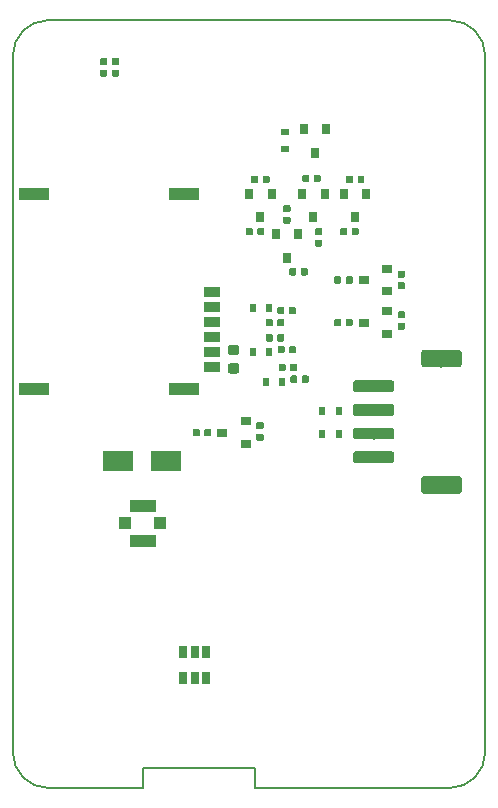
<source format=gbp>
G04 #@! TF.GenerationSoftware,KiCad,Pcbnew,(5.1.0-10-g6006703)*
G04 #@! TF.CreationDate,2019-05-20T20:44:00+08:00*
G04 #@! TF.ProjectId,cicada-4g,63696361-6461-42d3-9467-2e6b69636164,0.1*
G04 #@! TF.SameCoordinates,PX7cee6c0PY3dfd240*
G04 #@! TF.FileFunction,Paste,Bot*
G04 #@! TF.FilePolarity,Positive*
%FSLAX46Y46*%
G04 Gerber Fmt 4.6, Leading zero omitted, Abs format (unit mm)*
G04 Created by KiCad (PCBNEW (5.1.0-10-g6006703)) date 2019-05-20 20:44:00*
%MOMM*%
%LPD*%
G04 APERTURE LIST*
%ADD10C,0.150000*%
%ADD11R,1.000000X1.000000*%
%ADD12R,2.200000X1.050000*%
%ADD13R,2.500000X1.800000*%
%ADD14C,1.500000*%
%ADD15C,1.000000*%
%ADD16C,0.590000*%
%ADD17R,0.650000X1.060000*%
%ADD18R,0.800000X0.900000*%
%ADD19R,0.900000X0.800000*%
%ADD20R,2.600000X1.100000*%
%ADD21R,1.350000X0.900000*%
%ADD22R,0.600000X0.700000*%
%ADD23R,0.700000X0.600000*%
%ADD24C,0.875000*%
G04 APERTURE END LIST*
D10*
X500000Y-60000000D02*
X17000000Y-60000000D01*
X500000Y-58300000D02*
X500000Y-60000000D01*
X-9000000Y-58300000D02*
X500000Y-58300000D01*
X-9000000Y-60000000D02*
X-9000000Y-58300000D01*
X-17000000Y-60000000D02*
G75*
G02X-20000000Y-57000000I0J3000000D01*
G01*
X20000000Y-57000000D02*
G75*
G02X17000000Y-60000000I-3000000J0D01*
G01*
X17000000Y5000000D02*
G75*
G02X20000000Y2000000I0J-3000000D01*
G01*
X-20000000Y2000000D02*
G75*
G02X-17000000Y5000000I3000000J0D01*
G01*
X-20000000Y-57000000D02*
X-20000000Y2000000D01*
X-9000000Y-60000000D02*
X-17000000Y-60000000D01*
X20000000Y2000000D02*
X20000000Y-57000000D01*
X-17000000Y5000000D02*
X17000000Y5000000D01*
D11*
X-10500000Y-37600000D03*
X-7500000Y-37600000D03*
D12*
X-9000000Y-36125000D03*
X-9000000Y-39075000D03*
D13*
X-11050000Y-32350000D03*
X-7050000Y-32350000D03*
D10*
G36*
X17774504Y-33601204D02*
G01*
X17798773Y-33604804D01*
X17822571Y-33610765D01*
X17845671Y-33619030D01*
X17867849Y-33629520D01*
X17888893Y-33642133D01*
X17908598Y-33656747D01*
X17926777Y-33673223D01*
X17943253Y-33691402D01*
X17957867Y-33711107D01*
X17970480Y-33732151D01*
X17980970Y-33754329D01*
X17989235Y-33777429D01*
X17995196Y-33801227D01*
X17998796Y-33825496D01*
X18000000Y-33850000D01*
X18000000Y-34850000D01*
X17998796Y-34874504D01*
X17995196Y-34898773D01*
X17989235Y-34922571D01*
X17980970Y-34945671D01*
X17970480Y-34967849D01*
X17957867Y-34988893D01*
X17943253Y-35008598D01*
X17926777Y-35026777D01*
X17908598Y-35043253D01*
X17888893Y-35057867D01*
X17867849Y-35070480D01*
X17845671Y-35080970D01*
X17822571Y-35089235D01*
X17798773Y-35095196D01*
X17774504Y-35098796D01*
X17750000Y-35100000D01*
X14850000Y-35100000D01*
X14825496Y-35098796D01*
X14801227Y-35095196D01*
X14777429Y-35089235D01*
X14754329Y-35080970D01*
X14732151Y-35070480D01*
X14711107Y-35057867D01*
X14691402Y-35043253D01*
X14673223Y-35026777D01*
X14656747Y-35008598D01*
X14642133Y-34988893D01*
X14629520Y-34967849D01*
X14619030Y-34945671D01*
X14610765Y-34922571D01*
X14604804Y-34898773D01*
X14601204Y-34874504D01*
X14600000Y-34850000D01*
X14600000Y-33850000D01*
X14601204Y-33825496D01*
X14604804Y-33801227D01*
X14610765Y-33777429D01*
X14619030Y-33754329D01*
X14629520Y-33732151D01*
X14642133Y-33711107D01*
X14656747Y-33691402D01*
X14673223Y-33673223D01*
X14691402Y-33656747D01*
X14711107Y-33642133D01*
X14732151Y-33629520D01*
X14754329Y-33619030D01*
X14777429Y-33610765D01*
X14801227Y-33604804D01*
X14825496Y-33601204D01*
X14850000Y-33600000D01*
X17750000Y-33600000D01*
X17774504Y-33601204D01*
X17774504Y-33601204D01*
G37*
D14*
X16300000Y-34350000D03*
D10*
G36*
X17774504Y-22901204D02*
G01*
X17798773Y-22904804D01*
X17822571Y-22910765D01*
X17845671Y-22919030D01*
X17867849Y-22929520D01*
X17888893Y-22942133D01*
X17908598Y-22956747D01*
X17926777Y-22973223D01*
X17943253Y-22991402D01*
X17957867Y-23011107D01*
X17970480Y-23032151D01*
X17980970Y-23054329D01*
X17989235Y-23077429D01*
X17995196Y-23101227D01*
X17998796Y-23125496D01*
X18000000Y-23150000D01*
X18000000Y-24150000D01*
X17998796Y-24174504D01*
X17995196Y-24198773D01*
X17989235Y-24222571D01*
X17980970Y-24245671D01*
X17970480Y-24267849D01*
X17957867Y-24288893D01*
X17943253Y-24308598D01*
X17926777Y-24326777D01*
X17908598Y-24343253D01*
X17888893Y-24357867D01*
X17867849Y-24370480D01*
X17845671Y-24380970D01*
X17822571Y-24389235D01*
X17798773Y-24395196D01*
X17774504Y-24398796D01*
X17750000Y-24400000D01*
X14850000Y-24400000D01*
X14825496Y-24398796D01*
X14801227Y-24395196D01*
X14777429Y-24389235D01*
X14754329Y-24380970D01*
X14732151Y-24370480D01*
X14711107Y-24357867D01*
X14691402Y-24343253D01*
X14673223Y-24326777D01*
X14656747Y-24308598D01*
X14642133Y-24288893D01*
X14629520Y-24267849D01*
X14619030Y-24245671D01*
X14610765Y-24222571D01*
X14604804Y-24198773D01*
X14601204Y-24174504D01*
X14600000Y-24150000D01*
X14600000Y-23150000D01*
X14601204Y-23125496D01*
X14604804Y-23101227D01*
X14610765Y-23077429D01*
X14619030Y-23054329D01*
X14629520Y-23032151D01*
X14642133Y-23011107D01*
X14656747Y-22991402D01*
X14673223Y-22973223D01*
X14691402Y-22956747D01*
X14711107Y-22942133D01*
X14732151Y-22929520D01*
X14754329Y-22919030D01*
X14777429Y-22910765D01*
X14801227Y-22904804D01*
X14825496Y-22901204D01*
X14850000Y-22900000D01*
X17750000Y-22900000D01*
X17774504Y-22901204D01*
X17774504Y-22901204D01*
G37*
D14*
X16300000Y-23650000D03*
D10*
G36*
X12074504Y-31501204D02*
G01*
X12098773Y-31504804D01*
X12122571Y-31510765D01*
X12145671Y-31519030D01*
X12167849Y-31529520D01*
X12188893Y-31542133D01*
X12208598Y-31556747D01*
X12226777Y-31573223D01*
X12243253Y-31591402D01*
X12257867Y-31611107D01*
X12270480Y-31632151D01*
X12280970Y-31654329D01*
X12289235Y-31677429D01*
X12295196Y-31701227D01*
X12298796Y-31725496D01*
X12300000Y-31750000D01*
X12300000Y-32250000D01*
X12298796Y-32274504D01*
X12295196Y-32298773D01*
X12289235Y-32322571D01*
X12280970Y-32345671D01*
X12270480Y-32367849D01*
X12257867Y-32388893D01*
X12243253Y-32408598D01*
X12226777Y-32426777D01*
X12208598Y-32443253D01*
X12188893Y-32457867D01*
X12167849Y-32470480D01*
X12145671Y-32480970D01*
X12122571Y-32489235D01*
X12098773Y-32495196D01*
X12074504Y-32498796D01*
X12050000Y-32500000D01*
X9050000Y-32500000D01*
X9025496Y-32498796D01*
X9001227Y-32495196D01*
X8977429Y-32489235D01*
X8954329Y-32480970D01*
X8932151Y-32470480D01*
X8911107Y-32457867D01*
X8891402Y-32443253D01*
X8873223Y-32426777D01*
X8856747Y-32408598D01*
X8842133Y-32388893D01*
X8829520Y-32367849D01*
X8819030Y-32345671D01*
X8810765Y-32322571D01*
X8804804Y-32298773D01*
X8801204Y-32274504D01*
X8800000Y-32250000D01*
X8800000Y-31750000D01*
X8801204Y-31725496D01*
X8804804Y-31701227D01*
X8810765Y-31677429D01*
X8819030Y-31654329D01*
X8829520Y-31632151D01*
X8842133Y-31611107D01*
X8856747Y-31591402D01*
X8873223Y-31573223D01*
X8891402Y-31556747D01*
X8911107Y-31542133D01*
X8932151Y-31529520D01*
X8954329Y-31519030D01*
X8977429Y-31510765D01*
X9001227Y-31504804D01*
X9025496Y-31501204D01*
X9050000Y-31500000D01*
X12050000Y-31500000D01*
X12074504Y-31501204D01*
X12074504Y-31501204D01*
G37*
D15*
X10550000Y-32000000D03*
D10*
G36*
X12074504Y-29501204D02*
G01*
X12098773Y-29504804D01*
X12122571Y-29510765D01*
X12145671Y-29519030D01*
X12167849Y-29529520D01*
X12188893Y-29542133D01*
X12208598Y-29556747D01*
X12226777Y-29573223D01*
X12243253Y-29591402D01*
X12257867Y-29611107D01*
X12270480Y-29632151D01*
X12280970Y-29654329D01*
X12289235Y-29677429D01*
X12295196Y-29701227D01*
X12298796Y-29725496D01*
X12300000Y-29750000D01*
X12300000Y-30250000D01*
X12298796Y-30274504D01*
X12295196Y-30298773D01*
X12289235Y-30322571D01*
X12280970Y-30345671D01*
X12270480Y-30367849D01*
X12257867Y-30388893D01*
X12243253Y-30408598D01*
X12226777Y-30426777D01*
X12208598Y-30443253D01*
X12188893Y-30457867D01*
X12167849Y-30470480D01*
X12145671Y-30480970D01*
X12122571Y-30489235D01*
X12098773Y-30495196D01*
X12074504Y-30498796D01*
X12050000Y-30500000D01*
X9050000Y-30500000D01*
X9025496Y-30498796D01*
X9001227Y-30495196D01*
X8977429Y-30489235D01*
X8954329Y-30480970D01*
X8932151Y-30470480D01*
X8911107Y-30457867D01*
X8891402Y-30443253D01*
X8873223Y-30426777D01*
X8856747Y-30408598D01*
X8842133Y-30388893D01*
X8829520Y-30367849D01*
X8819030Y-30345671D01*
X8810765Y-30322571D01*
X8804804Y-30298773D01*
X8801204Y-30274504D01*
X8800000Y-30250000D01*
X8800000Y-29750000D01*
X8801204Y-29725496D01*
X8804804Y-29701227D01*
X8810765Y-29677429D01*
X8819030Y-29654329D01*
X8829520Y-29632151D01*
X8842133Y-29611107D01*
X8856747Y-29591402D01*
X8873223Y-29573223D01*
X8891402Y-29556747D01*
X8911107Y-29542133D01*
X8932151Y-29529520D01*
X8954329Y-29519030D01*
X8977429Y-29510765D01*
X9001227Y-29504804D01*
X9025496Y-29501204D01*
X9050000Y-29500000D01*
X12050000Y-29500000D01*
X12074504Y-29501204D01*
X12074504Y-29501204D01*
G37*
D15*
X10550000Y-30000000D03*
D10*
G36*
X12074504Y-27501204D02*
G01*
X12098773Y-27504804D01*
X12122571Y-27510765D01*
X12145671Y-27519030D01*
X12167849Y-27529520D01*
X12188893Y-27542133D01*
X12208598Y-27556747D01*
X12226777Y-27573223D01*
X12243253Y-27591402D01*
X12257867Y-27611107D01*
X12270480Y-27632151D01*
X12280970Y-27654329D01*
X12289235Y-27677429D01*
X12295196Y-27701227D01*
X12298796Y-27725496D01*
X12300000Y-27750000D01*
X12300000Y-28250000D01*
X12298796Y-28274504D01*
X12295196Y-28298773D01*
X12289235Y-28322571D01*
X12280970Y-28345671D01*
X12270480Y-28367849D01*
X12257867Y-28388893D01*
X12243253Y-28408598D01*
X12226777Y-28426777D01*
X12208598Y-28443253D01*
X12188893Y-28457867D01*
X12167849Y-28470480D01*
X12145671Y-28480970D01*
X12122571Y-28489235D01*
X12098773Y-28495196D01*
X12074504Y-28498796D01*
X12050000Y-28500000D01*
X9050000Y-28500000D01*
X9025496Y-28498796D01*
X9001227Y-28495196D01*
X8977429Y-28489235D01*
X8954329Y-28480970D01*
X8932151Y-28470480D01*
X8911107Y-28457867D01*
X8891402Y-28443253D01*
X8873223Y-28426777D01*
X8856747Y-28408598D01*
X8842133Y-28388893D01*
X8829520Y-28367849D01*
X8819030Y-28345671D01*
X8810765Y-28322571D01*
X8804804Y-28298773D01*
X8801204Y-28274504D01*
X8800000Y-28250000D01*
X8800000Y-27750000D01*
X8801204Y-27725496D01*
X8804804Y-27701227D01*
X8810765Y-27677429D01*
X8819030Y-27654329D01*
X8829520Y-27632151D01*
X8842133Y-27611107D01*
X8856747Y-27591402D01*
X8873223Y-27573223D01*
X8891402Y-27556747D01*
X8911107Y-27542133D01*
X8932151Y-27529520D01*
X8954329Y-27519030D01*
X8977429Y-27510765D01*
X9001227Y-27504804D01*
X9025496Y-27501204D01*
X9050000Y-27500000D01*
X12050000Y-27500000D01*
X12074504Y-27501204D01*
X12074504Y-27501204D01*
G37*
D15*
X10550000Y-28000000D03*
D10*
G36*
X12074504Y-25501204D02*
G01*
X12098773Y-25504804D01*
X12122571Y-25510765D01*
X12145671Y-25519030D01*
X12167849Y-25529520D01*
X12188893Y-25542133D01*
X12208598Y-25556747D01*
X12226777Y-25573223D01*
X12243253Y-25591402D01*
X12257867Y-25611107D01*
X12270480Y-25632151D01*
X12280970Y-25654329D01*
X12289235Y-25677429D01*
X12295196Y-25701227D01*
X12298796Y-25725496D01*
X12300000Y-25750000D01*
X12300000Y-26250000D01*
X12298796Y-26274504D01*
X12295196Y-26298773D01*
X12289235Y-26322571D01*
X12280970Y-26345671D01*
X12270480Y-26367849D01*
X12257867Y-26388893D01*
X12243253Y-26408598D01*
X12226777Y-26426777D01*
X12208598Y-26443253D01*
X12188893Y-26457867D01*
X12167849Y-26470480D01*
X12145671Y-26480970D01*
X12122571Y-26489235D01*
X12098773Y-26495196D01*
X12074504Y-26498796D01*
X12050000Y-26500000D01*
X9050000Y-26500000D01*
X9025496Y-26498796D01*
X9001227Y-26495196D01*
X8977429Y-26489235D01*
X8954329Y-26480970D01*
X8932151Y-26470480D01*
X8911107Y-26457867D01*
X8891402Y-26443253D01*
X8873223Y-26426777D01*
X8856747Y-26408598D01*
X8842133Y-26388893D01*
X8829520Y-26367849D01*
X8819030Y-26345671D01*
X8810765Y-26322571D01*
X8804804Y-26298773D01*
X8801204Y-26274504D01*
X8800000Y-26250000D01*
X8800000Y-25750000D01*
X8801204Y-25725496D01*
X8804804Y-25701227D01*
X8810765Y-25677429D01*
X8819030Y-25654329D01*
X8829520Y-25632151D01*
X8842133Y-25611107D01*
X8856747Y-25591402D01*
X8873223Y-25573223D01*
X8891402Y-25556747D01*
X8911107Y-25542133D01*
X8932151Y-25529520D01*
X8954329Y-25519030D01*
X8977429Y-25510765D01*
X9001227Y-25504804D01*
X9025496Y-25501204D01*
X9050000Y-25500000D01*
X12050000Y-25500000D01*
X12074504Y-25501204D01*
X12074504Y-25501204D01*
G37*
D15*
X10550000Y-26000000D03*
D10*
G36*
X1161958Y-12580710D02*
G01*
X1176276Y-12582834D01*
X1190317Y-12586351D01*
X1203946Y-12591228D01*
X1217031Y-12597417D01*
X1229447Y-12604858D01*
X1241073Y-12613481D01*
X1251798Y-12623202D01*
X1261519Y-12633927D01*
X1270142Y-12645553D01*
X1277583Y-12657969D01*
X1283772Y-12671054D01*
X1288649Y-12684683D01*
X1292166Y-12698724D01*
X1294290Y-12713042D01*
X1295000Y-12727500D01*
X1295000Y-13072500D01*
X1294290Y-13086958D01*
X1292166Y-13101276D01*
X1288649Y-13115317D01*
X1283772Y-13128946D01*
X1277583Y-13142031D01*
X1270142Y-13154447D01*
X1261519Y-13166073D01*
X1251798Y-13176798D01*
X1241073Y-13186519D01*
X1229447Y-13195142D01*
X1217031Y-13202583D01*
X1203946Y-13208772D01*
X1190317Y-13213649D01*
X1176276Y-13217166D01*
X1161958Y-13219290D01*
X1147500Y-13220000D01*
X852500Y-13220000D01*
X838042Y-13219290D01*
X823724Y-13217166D01*
X809683Y-13213649D01*
X796054Y-13208772D01*
X782969Y-13202583D01*
X770553Y-13195142D01*
X758927Y-13186519D01*
X748202Y-13176798D01*
X738481Y-13166073D01*
X729858Y-13154447D01*
X722417Y-13142031D01*
X716228Y-13128946D01*
X711351Y-13115317D01*
X707834Y-13101276D01*
X705710Y-13086958D01*
X705000Y-13072500D01*
X705000Y-12727500D01*
X705710Y-12713042D01*
X707834Y-12698724D01*
X711351Y-12684683D01*
X716228Y-12671054D01*
X722417Y-12657969D01*
X729858Y-12645553D01*
X738481Y-12633927D01*
X748202Y-12623202D01*
X758927Y-12613481D01*
X770553Y-12604858D01*
X782969Y-12597417D01*
X796054Y-12591228D01*
X809683Y-12586351D01*
X823724Y-12582834D01*
X838042Y-12580710D01*
X852500Y-12580000D01*
X1147500Y-12580000D01*
X1161958Y-12580710D01*
X1161958Y-12580710D01*
G37*
D16*
X1000000Y-12900000D03*
D10*
G36*
X191958Y-12580710D02*
G01*
X206276Y-12582834D01*
X220317Y-12586351D01*
X233946Y-12591228D01*
X247031Y-12597417D01*
X259447Y-12604858D01*
X271073Y-12613481D01*
X281798Y-12623202D01*
X291519Y-12633927D01*
X300142Y-12645553D01*
X307583Y-12657969D01*
X313772Y-12671054D01*
X318649Y-12684683D01*
X322166Y-12698724D01*
X324290Y-12713042D01*
X325000Y-12727500D01*
X325000Y-13072500D01*
X324290Y-13086958D01*
X322166Y-13101276D01*
X318649Y-13115317D01*
X313772Y-13128946D01*
X307583Y-13142031D01*
X300142Y-13154447D01*
X291519Y-13166073D01*
X281798Y-13176798D01*
X271073Y-13186519D01*
X259447Y-13195142D01*
X247031Y-13202583D01*
X233946Y-13208772D01*
X220317Y-13213649D01*
X206276Y-13217166D01*
X191958Y-13219290D01*
X177500Y-13220000D01*
X-117500Y-13220000D01*
X-131958Y-13219290D01*
X-146276Y-13217166D01*
X-160317Y-13213649D01*
X-173946Y-13208772D01*
X-187031Y-13202583D01*
X-199447Y-13195142D01*
X-211073Y-13186519D01*
X-221798Y-13176798D01*
X-231519Y-13166073D01*
X-240142Y-13154447D01*
X-247583Y-13142031D01*
X-253772Y-13128946D01*
X-258649Y-13115317D01*
X-262166Y-13101276D01*
X-264290Y-13086958D01*
X-265000Y-13072500D01*
X-265000Y-12727500D01*
X-264290Y-12713042D01*
X-262166Y-12698724D01*
X-258649Y-12684683D01*
X-253772Y-12671054D01*
X-247583Y-12657969D01*
X-240142Y-12645553D01*
X-231519Y-12633927D01*
X-221798Y-12623202D01*
X-211073Y-12613481D01*
X-199447Y-12604858D01*
X-187031Y-12597417D01*
X-173946Y-12591228D01*
X-160317Y-12586351D01*
X-146276Y-12582834D01*
X-131958Y-12580710D01*
X-117500Y-12580000D01*
X177500Y-12580000D01*
X191958Y-12580710D01*
X191958Y-12580710D01*
G37*
D16*
X30000Y-12900000D03*
D10*
G36*
X1607619Y-8180710D02*
G01*
X1621937Y-8182834D01*
X1635978Y-8186351D01*
X1649607Y-8191228D01*
X1662692Y-8197417D01*
X1675108Y-8204858D01*
X1686734Y-8213481D01*
X1697459Y-8223202D01*
X1707180Y-8233927D01*
X1715803Y-8245553D01*
X1723244Y-8257969D01*
X1729433Y-8271054D01*
X1734310Y-8284683D01*
X1737827Y-8298724D01*
X1739951Y-8313042D01*
X1740661Y-8327500D01*
X1740661Y-8672500D01*
X1739951Y-8686958D01*
X1737827Y-8701276D01*
X1734310Y-8715317D01*
X1729433Y-8728946D01*
X1723244Y-8742031D01*
X1715803Y-8754447D01*
X1707180Y-8766073D01*
X1697459Y-8776798D01*
X1686734Y-8786519D01*
X1675108Y-8795142D01*
X1662692Y-8802583D01*
X1649607Y-8808772D01*
X1635978Y-8813649D01*
X1621937Y-8817166D01*
X1607619Y-8819290D01*
X1593161Y-8820000D01*
X1298161Y-8820000D01*
X1283703Y-8819290D01*
X1269385Y-8817166D01*
X1255344Y-8813649D01*
X1241715Y-8808772D01*
X1228630Y-8802583D01*
X1216214Y-8795142D01*
X1204588Y-8786519D01*
X1193863Y-8776798D01*
X1184142Y-8766073D01*
X1175519Y-8754447D01*
X1168078Y-8742031D01*
X1161889Y-8728946D01*
X1157012Y-8715317D01*
X1153495Y-8701276D01*
X1151371Y-8686958D01*
X1150661Y-8672500D01*
X1150661Y-8327500D01*
X1151371Y-8313042D01*
X1153495Y-8298724D01*
X1157012Y-8284683D01*
X1161889Y-8271054D01*
X1168078Y-8257969D01*
X1175519Y-8245553D01*
X1184142Y-8233927D01*
X1193863Y-8223202D01*
X1204588Y-8213481D01*
X1216214Y-8204858D01*
X1228630Y-8197417D01*
X1241715Y-8191228D01*
X1255344Y-8186351D01*
X1269385Y-8182834D01*
X1283703Y-8180710D01*
X1298161Y-8180000D01*
X1593161Y-8180000D01*
X1607619Y-8180710D01*
X1607619Y-8180710D01*
G37*
D16*
X1445661Y-8500000D03*
D10*
G36*
X637619Y-8180710D02*
G01*
X651937Y-8182834D01*
X665978Y-8186351D01*
X679607Y-8191228D01*
X692692Y-8197417D01*
X705108Y-8204858D01*
X716734Y-8213481D01*
X727459Y-8223202D01*
X737180Y-8233927D01*
X745803Y-8245553D01*
X753244Y-8257969D01*
X759433Y-8271054D01*
X764310Y-8284683D01*
X767827Y-8298724D01*
X769951Y-8313042D01*
X770661Y-8327500D01*
X770661Y-8672500D01*
X769951Y-8686958D01*
X767827Y-8701276D01*
X764310Y-8715317D01*
X759433Y-8728946D01*
X753244Y-8742031D01*
X745803Y-8754447D01*
X737180Y-8766073D01*
X727459Y-8776798D01*
X716734Y-8786519D01*
X705108Y-8795142D01*
X692692Y-8802583D01*
X679607Y-8808772D01*
X665978Y-8813649D01*
X651937Y-8817166D01*
X637619Y-8819290D01*
X623161Y-8820000D01*
X328161Y-8820000D01*
X313703Y-8819290D01*
X299385Y-8817166D01*
X285344Y-8813649D01*
X271715Y-8808772D01*
X258630Y-8802583D01*
X246214Y-8795142D01*
X234588Y-8786519D01*
X223863Y-8776798D01*
X214142Y-8766073D01*
X205519Y-8754447D01*
X198078Y-8742031D01*
X191889Y-8728946D01*
X187012Y-8715317D01*
X183495Y-8701276D01*
X181371Y-8686958D01*
X180661Y-8672500D01*
X180661Y-8327500D01*
X181371Y-8313042D01*
X183495Y-8298724D01*
X187012Y-8284683D01*
X191889Y-8271054D01*
X198078Y-8257969D01*
X205519Y-8245553D01*
X214142Y-8233927D01*
X223863Y-8223202D01*
X234588Y-8213481D01*
X246214Y-8204858D01*
X258630Y-8197417D01*
X271715Y-8191228D01*
X285344Y-8186351D01*
X299385Y-8182834D01*
X313703Y-8180710D01*
X328161Y-8180000D01*
X623161Y-8180000D01*
X637619Y-8180710D01*
X637619Y-8180710D01*
G37*
D16*
X475661Y-8500000D03*
D10*
G36*
X9146958Y-12580710D02*
G01*
X9161276Y-12582834D01*
X9175317Y-12586351D01*
X9188946Y-12591228D01*
X9202031Y-12597417D01*
X9214447Y-12604858D01*
X9226073Y-12613481D01*
X9236798Y-12623202D01*
X9246519Y-12633927D01*
X9255142Y-12645553D01*
X9262583Y-12657969D01*
X9268772Y-12671054D01*
X9273649Y-12684683D01*
X9277166Y-12698724D01*
X9279290Y-12713042D01*
X9280000Y-12727500D01*
X9280000Y-13072500D01*
X9279290Y-13086958D01*
X9277166Y-13101276D01*
X9273649Y-13115317D01*
X9268772Y-13128946D01*
X9262583Y-13142031D01*
X9255142Y-13154447D01*
X9246519Y-13166073D01*
X9236798Y-13176798D01*
X9226073Y-13186519D01*
X9214447Y-13195142D01*
X9202031Y-13202583D01*
X9188946Y-13208772D01*
X9175317Y-13213649D01*
X9161276Y-13217166D01*
X9146958Y-13219290D01*
X9132500Y-13220000D01*
X8837500Y-13220000D01*
X8823042Y-13219290D01*
X8808724Y-13217166D01*
X8794683Y-13213649D01*
X8781054Y-13208772D01*
X8767969Y-13202583D01*
X8755553Y-13195142D01*
X8743927Y-13186519D01*
X8733202Y-13176798D01*
X8723481Y-13166073D01*
X8714858Y-13154447D01*
X8707417Y-13142031D01*
X8701228Y-13128946D01*
X8696351Y-13115317D01*
X8692834Y-13101276D01*
X8690710Y-13086958D01*
X8690000Y-13072500D01*
X8690000Y-12727500D01*
X8690710Y-12713042D01*
X8692834Y-12698724D01*
X8696351Y-12684683D01*
X8701228Y-12671054D01*
X8707417Y-12657969D01*
X8714858Y-12645553D01*
X8723481Y-12633927D01*
X8733202Y-12623202D01*
X8743927Y-12613481D01*
X8755553Y-12604858D01*
X8767969Y-12597417D01*
X8781054Y-12591228D01*
X8794683Y-12586351D01*
X8808724Y-12582834D01*
X8823042Y-12580710D01*
X8837500Y-12580000D01*
X9132500Y-12580000D01*
X9146958Y-12580710D01*
X9146958Y-12580710D01*
G37*
D16*
X8985000Y-12900000D03*
D10*
G36*
X8176958Y-12580710D02*
G01*
X8191276Y-12582834D01*
X8205317Y-12586351D01*
X8218946Y-12591228D01*
X8232031Y-12597417D01*
X8244447Y-12604858D01*
X8256073Y-12613481D01*
X8266798Y-12623202D01*
X8276519Y-12633927D01*
X8285142Y-12645553D01*
X8292583Y-12657969D01*
X8298772Y-12671054D01*
X8303649Y-12684683D01*
X8307166Y-12698724D01*
X8309290Y-12713042D01*
X8310000Y-12727500D01*
X8310000Y-13072500D01*
X8309290Y-13086958D01*
X8307166Y-13101276D01*
X8303649Y-13115317D01*
X8298772Y-13128946D01*
X8292583Y-13142031D01*
X8285142Y-13154447D01*
X8276519Y-13166073D01*
X8266798Y-13176798D01*
X8256073Y-13186519D01*
X8244447Y-13195142D01*
X8232031Y-13202583D01*
X8218946Y-13208772D01*
X8205317Y-13213649D01*
X8191276Y-13217166D01*
X8176958Y-13219290D01*
X8162500Y-13220000D01*
X7867500Y-13220000D01*
X7853042Y-13219290D01*
X7838724Y-13217166D01*
X7824683Y-13213649D01*
X7811054Y-13208772D01*
X7797969Y-13202583D01*
X7785553Y-13195142D01*
X7773927Y-13186519D01*
X7763202Y-13176798D01*
X7753481Y-13166073D01*
X7744858Y-13154447D01*
X7737417Y-13142031D01*
X7731228Y-13128946D01*
X7726351Y-13115317D01*
X7722834Y-13101276D01*
X7720710Y-13086958D01*
X7720000Y-13072500D01*
X7720000Y-12727500D01*
X7720710Y-12713042D01*
X7722834Y-12698724D01*
X7726351Y-12684683D01*
X7731228Y-12671054D01*
X7737417Y-12657969D01*
X7744858Y-12645553D01*
X7753481Y-12633927D01*
X7763202Y-12623202D01*
X7773927Y-12613481D01*
X7785553Y-12604858D01*
X7797969Y-12597417D01*
X7811054Y-12591228D01*
X7824683Y-12586351D01*
X7838724Y-12582834D01*
X7853042Y-12580710D01*
X7867500Y-12580000D01*
X8162500Y-12580000D01*
X8176958Y-12580710D01*
X8176958Y-12580710D01*
G37*
D16*
X8015000Y-12900000D03*
D10*
G36*
X9646958Y-8180710D02*
G01*
X9661276Y-8182834D01*
X9675317Y-8186351D01*
X9688946Y-8191228D01*
X9702031Y-8197417D01*
X9714447Y-8204858D01*
X9726073Y-8213481D01*
X9736798Y-8223202D01*
X9746519Y-8233927D01*
X9755142Y-8245553D01*
X9762583Y-8257969D01*
X9768772Y-8271054D01*
X9773649Y-8284683D01*
X9777166Y-8298724D01*
X9779290Y-8313042D01*
X9780000Y-8327500D01*
X9780000Y-8672500D01*
X9779290Y-8686958D01*
X9777166Y-8701276D01*
X9773649Y-8715317D01*
X9768772Y-8728946D01*
X9762583Y-8742031D01*
X9755142Y-8754447D01*
X9746519Y-8766073D01*
X9736798Y-8776798D01*
X9726073Y-8786519D01*
X9714447Y-8795142D01*
X9702031Y-8802583D01*
X9688946Y-8808772D01*
X9675317Y-8813649D01*
X9661276Y-8817166D01*
X9646958Y-8819290D01*
X9632500Y-8820000D01*
X9337500Y-8820000D01*
X9323042Y-8819290D01*
X9308724Y-8817166D01*
X9294683Y-8813649D01*
X9281054Y-8808772D01*
X9267969Y-8802583D01*
X9255553Y-8795142D01*
X9243927Y-8786519D01*
X9233202Y-8776798D01*
X9223481Y-8766073D01*
X9214858Y-8754447D01*
X9207417Y-8742031D01*
X9201228Y-8728946D01*
X9196351Y-8715317D01*
X9192834Y-8701276D01*
X9190710Y-8686958D01*
X9190000Y-8672500D01*
X9190000Y-8327500D01*
X9190710Y-8313042D01*
X9192834Y-8298724D01*
X9196351Y-8284683D01*
X9201228Y-8271054D01*
X9207417Y-8257969D01*
X9214858Y-8245553D01*
X9223481Y-8233927D01*
X9233202Y-8223202D01*
X9243927Y-8213481D01*
X9255553Y-8204858D01*
X9267969Y-8197417D01*
X9281054Y-8191228D01*
X9294683Y-8186351D01*
X9308724Y-8182834D01*
X9323042Y-8180710D01*
X9337500Y-8180000D01*
X9632500Y-8180000D01*
X9646958Y-8180710D01*
X9646958Y-8180710D01*
G37*
D16*
X9485000Y-8500000D03*
D10*
G36*
X8676958Y-8180710D02*
G01*
X8691276Y-8182834D01*
X8705317Y-8186351D01*
X8718946Y-8191228D01*
X8732031Y-8197417D01*
X8744447Y-8204858D01*
X8756073Y-8213481D01*
X8766798Y-8223202D01*
X8776519Y-8233927D01*
X8785142Y-8245553D01*
X8792583Y-8257969D01*
X8798772Y-8271054D01*
X8803649Y-8284683D01*
X8807166Y-8298724D01*
X8809290Y-8313042D01*
X8810000Y-8327500D01*
X8810000Y-8672500D01*
X8809290Y-8686958D01*
X8807166Y-8701276D01*
X8803649Y-8715317D01*
X8798772Y-8728946D01*
X8792583Y-8742031D01*
X8785142Y-8754447D01*
X8776519Y-8766073D01*
X8766798Y-8776798D01*
X8756073Y-8786519D01*
X8744447Y-8795142D01*
X8732031Y-8802583D01*
X8718946Y-8808772D01*
X8705317Y-8813649D01*
X8691276Y-8817166D01*
X8676958Y-8819290D01*
X8662500Y-8820000D01*
X8367500Y-8820000D01*
X8353042Y-8819290D01*
X8338724Y-8817166D01*
X8324683Y-8813649D01*
X8311054Y-8808772D01*
X8297969Y-8802583D01*
X8285553Y-8795142D01*
X8273927Y-8786519D01*
X8263202Y-8776798D01*
X8253481Y-8766073D01*
X8244858Y-8754447D01*
X8237417Y-8742031D01*
X8231228Y-8728946D01*
X8226351Y-8715317D01*
X8222834Y-8701276D01*
X8220710Y-8686958D01*
X8220000Y-8672500D01*
X8220000Y-8327500D01*
X8220710Y-8313042D01*
X8222834Y-8298724D01*
X8226351Y-8284683D01*
X8231228Y-8271054D01*
X8237417Y-8257969D01*
X8244858Y-8245553D01*
X8253481Y-8233927D01*
X8263202Y-8223202D01*
X8273927Y-8213481D01*
X8285553Y-8204858D01*
X8297969Y-8197417D01*
X8311054Y-8191228D01*
X8324683Y-8186351D01*
X8338724Y-8182834D01*
X8353042Y-8180710D01*
X8367500Y-8180000D01*
X8662500Y-8180000D01*
X8676958Y-8180710D01*
X8676958Y-8180710D01*
G37*
D16*
X8515000Y-8500000D03*
D10*
G36*
X3876958Y-15980710D02*
G01*
X3891276Y-15982834D01*
X3905317Y-15986351D01*
X3918946Y-15991228D01*
X3932031Y-15997417D01*
X3944447Y-16004858D01*
X3956073Y-16013481D01*
X3966798Y-16023202D01*
X3976519Y-16033927D01*
X3985142Y-16045553D01*
X3992583Y-16057969D01*
X3998772Y-16071054D01*
X4003649Y-16084683D01*
X4007166Y-16098724D01*
X4009290Y-16113042D01*
X4010000Y-16127500D01*
X4010000Y-16472500D01*
X4009290Y-16486958D01*
X4007166Y-16501276D01*
X4003649Y-16515317D01*
X3998772Y-16528946D01*
X3992583Y-16542031D01*
X3985142Y-16554447D01*
X3976519Y-16566073D01*
X3966798Y-16576798D01*
X3956073Y-16586519D01*
X3944447Y-16595142D01*
X3932031Y-16602583D01*
X3918946Y-16608772D01*
X3905317Y-16613649D01*
X3891276Y-16617166D01*
X3876958Y-16619290D01*
X3862500Y-16620000D01*
X3567500Y-16620000D01*
X3553042Y-16619290D01*
X3538724Y-16617166D01*
X3524683Y-16613649D01*
X3511054Y-16608772D01*
X3497969Y-16602583D01*
X3485553Y-16595142D01*
X3473927Y-16586519D01*
X3463202Y-16576798D01*
X3453481Y-16566073D01*
X3444858Y-16554447D01*
X3437417Y-16542031D01*
X3431228Y-16528946D01*
X3426351Y-16515317D01*
X3422834Y-16501276D01*
X3420710Y-16486958D01*
X3420000Y-16472500D01*
X3420000Y-16127500D01*
X3420710Y-16113042D01*
X3422834Y-16098724D01*
X3426351Y-16084683D01*
X3431228Y-16071054D01*
X3437417Y-16057969D01*
X3444858Y-16045553D01*
X3453481Y-16033927D01*
X3463202Y-16023202D01*
X3473927Y-16013481D01*
X3485553Y-16004858D01*
X3497969Y-15997417D01*
X3511054Y-15991228D01*
X3524683Y-15986351D01*
X3538724Y-15982834D01*
X3553042Y-15980710D01*
X3567500Y-15980000D01*
X3862500Y-15980000D01*
X3876958Y-15980710D01*
X3876958Y-15980710D01*
G37*
D16*
X3715000Y-16300000D03*
D10*
G36*
X4846958Y-15980710D02*
G01*
X4861276Y-15982834D01*
X4875317Y-15986351D01*
X4888946Y-15991228D01*
X4902031Y-15997417D01*
X4914447Y-16004858D01*
X4926073Y-16013481D01*
X4936798Y-16023202D01*
X4946519Y-16033927D01*
X4955142Y-16045553D01*
X4962583Y-16057969D01*
X4968772Y-16071054D01*
X4973649Y-16084683D01*
X4977166Y-16098724D01*
X4979290Y-16113042D01*
X4980000Y-16127500D01*
X4980000Y-16472500D01*
X4979290Y-16486958D01*
X4977166Y-16501276D01*
X4973649Y-16515317D01*
X4968772Y-16528946D01*
X4962583Y-16542031D01*
X4955142Y-16554447D01*
X4946519Y-16566073D01*
X4936798Y-16576798D01*
X4926073Y-16586519D01*
X4914447Y-16595142D01*
X4902031Y-16602583D01*
X4888946Y-16608772D01*
X4875317Y-16613649D01*
X4861276Y-16617166D01*
X4846958Y-16619290D01*
X4832500Y-16620000D01*
X4537500Y-16620000D01*
X4523042Y-16619290D01*
X4508724Y-16617166D01*
X4494683Y-16613649D01*
X4481054Y-16608772D01*
X4467969Y-16602583D01*
X4455553Y-16595142D01*
X4443927Y-16586519D01*
X4433202Y-16576798D01*
X4423481Y-16566073D01*
X4414858Y-16554447D01*
X4407417Y-16542031D01*
X4401228Y-16528946D01*
X4396351Y-16515317D01*
X4392834Y-16501276D01*
X4390710Y-16486958D01*
X4390000Y-16472500D01*
X4390000Y-16127500D01*
X4390710Y-16113042D01*
X4392834Y-16098724D01*
X4396351Y-16084683D01*
X4401228Y-16071054D01*
X4407417Y-16057969D01*
X4414858Y-16045553D01*
X4423481Y-16033927D01*
X4433202Y-16023202D01*
X4443927Y-16013481D01*
X4455553Y-16004858D01*
X4467969Y-15997417D01*
X4481054Y-15991228D01*
X4494683Y-15986351D01*
X4508724Y-15982834D01*
X4523042Y-15980710D01*
X4537500Y-15980000D01*
X4832500Y-15980000D01*
X4846958Y-15980710D01*
X4846958Y-15980710D01*
G37*
D16*
X4685000Y-16300000D03*
D10*
G36*
X3386958Y-10670710D02*
G01*
X3401276Y-10672834D01*
X3415317Y-10676351D01*
X3428946Y-10681228D01*
X3442031Y-10687417D01*
X3454447Y-10694858D01*
X3466073Y-10703481D01*
X3476798Y-10713202D01*
X3486519Y-10723927D01*
X3495142Y-10735553D01*
X3502583Y-10747969D01*
X3508772Y-10761054D01*
X3513649Y-10774683D01*
X3517166Y-10788724D01*
X3519290Y-10803042D01*
X3520000Y-10817500D01*
X3520000Y-11112500D01*
X3519290Y-11126958D01*
X3517166Y-11141276D01*
X3513649Y-11155317D01*
X3508772Y-11168946D01*
X3502583Y-11182031D01*
X3495142Y-11194447D01*
X3486519Y-11206073D01*
X3476798Y-11216798D01*
X3466073Y-11226519D01*
X3454447Y-11235142D01*
X3442031Y-11242583D01*
X3428946Y-11248772D01*
X3415317Y-11253649D01*
X3401276Y-11257166D01*
X3386958Y-11259290D01*
X3372500Y-11260000D01*
X3027500Y-11260000D01*
X3013042Y-11259290D01*
X2998724Y-11257166D01*
X2984683Y-11253649D01*
X2971054Y-11248772D01*
X2957969Y-11242583D01*
X2945553Y-11235142D01*
X2933927Y-11226519D01*
X2923202Y-11216798D01*
X2913481Y-11206073D01*
X2904858Y-11194447D01*
X2897417Y-11182031D01*
X2891228Y-11168946D01*
X2886351Y-11155317D01*
X2882834Y-11141276D01*
X2880710Y-11126958D01*
X2880000Y-11112500D01*
X2880000Y-10817500D01*
X2880710Y-10803042D01*
X2882834Y-10788724D01*
X2886351Y-10774683D01*
X2891228Y-10761054D01*
X2897417Y-10747969D01*
X2904858Y-10735553D01*
X2913481Y-10723927D01*
X2923202Y-10713202D01*
X2933927Y-10703481D01*
X2945553Y-10694858D01*
X2957969Y-10687417D01*
X2971054Y-10681228D01*
X2984683Y-10676351D01*
X2998724Y-10672834D01*
X3013042Y-10670710D01*
X3027500Y-10670000D01*
X3372500Y-10670000D01*
X3386958Y-10670710D01*
X3386958Y-10670710D01*
G37*
D16*
X3200000Y-10965000D03*
D10*
G36*
X3386958Y-11640710D02*
G01*
X3401276Y-11642834D01*
X3415317Y-11646351D01*
X3428946Y-11651228D01*
X3442031Y-11657417D01*
X3454447Y-11664858D01*
X3466073Y-11673481D01*
X3476798Y-11683202D01*
X3486519Y-11693927D01*
X3495142Y-11705553D01*
X3502583Y-11717969D01*
X3508772Y-11731054D01*
X3513649Y-11744683D01*
X3517166Y-11758724D01*
X3519290Y-11773042D01*
X3520000Y-11787500D01*
X3520000Y-12082500D01*
X3519290Y-12096958D01*
X3517166Y-12111276D01*
X3513649Y-12125317D01*
X3508772Y-12138946D01*
X3502583Y-12152031D01*
X3495142Y-12164447D01*
X3486519Y-12176073D01*
X3476798Y-12186798D01*
X3466073Y-12196519D01*
X3454447Y-12205142D01*
X3442031Y-12212583D01*
X3428946Y-12218772D01*
X3415317Y-12223649D01*
X3401276Y-12227166D01*
X3386958Y-12229290D01*
X3372500Y-12230000D01*
X3027500Y-12230000D01*
X3013042Y-12229290D01*
X2998724Y-12227166D01*
X2984683Y-12223649D01*
X2971054Y-12218772D01*
X2957969Y-12212583D01*
X2945553Y-12205142D01*
X2933927Y-12196519D01*
X2923202Y-12186798D01*
X2913481Y-12176073D01*
X2904858Y-12164447D01*
X2897417Y-12152031D01*
X2891228Y-12138946D01*
X2886351Y-12125317D01*
X2882834Y-12111276D01*
X2880710Y-12096958D01*
X2880000Y-12082500D01*
X2880000Y-11787500D01*
X2880710Y-11773042D01*
X2882834Y-11758724D01*
X2886351Y-11744683D01*
X2891228Y-11731054D01*
X2897417Y-11717969D01*
X2904858Y-11705553D01*
X2913481Y-11693927D01*
X2923202Y-11683202D01*
X2933927Y-11673481D01*
X2945553Y-11664858D01*
X2957969Y-11657417D01*
X2971054Y-11651228D01*
X2984683Y-11646351D01*
X2998724Y-11642834D01*
X3013042Y-11640710D01*
X3027500Y-11640000D01*
X3372500Y-11640000D01*
X3386958Y-11640710D01*
X3386958Y-11640710D01*
G37*
D16*
X3200000Y-11935000D03*
D10*
G36*
X6086958Y-12605710D02*
G01*
X6101276Y-12607834D01*
X6115317Y-12611351D01*
X6128946Y-12616228D01*
X6142031Y-12622417D01*
X6154447Y-12629858D01*
X6166073Y-12638481D01*
X6176798Y-12648202D01*
X6186519Y-12658927D01*
X6195142Y-12670553D01*
X6202583Y-12682969D01*
X6208772Y-12696054D01*
X6213649Y-12709683D01*
X6217166Y-12723724D01*
X6219290Y-12738042D01*
X6220000Y-12752500D01*
X6220000Y-13047500D01*
X6219290Y-13061958D01*
X6217166Y-13076276D01*
X6213649Y-13090317D01*
X6208772Y-13103946D01*
X6202583Y-13117031D01*
X6195142Y-13129447D01*
X6186519Y-13141073D01*
X6176798Y-13151798D01*
X6166073Y-13161519D01*
X6154447Y-13170142D01*
X6142031Y-13177583D01*
X6128946Y-13183772D01*
X6115317Y-13188649D01*
X6101276Y-13192166D01*
X6086958Y-13194290D01*
X6072500Y-13195000D01*
X5727500Y-13195000D01*
X5713042Y-13194290D01*
X5698724Y-13192166D01*
X5684683Y-13188649D01*
X5671054Y-13183772D01*
X5657969Y-13177583D01*
X5645553Y-13170142D01*
X5633927Y-13161519D01*
X5623202Y-13151798D01*
X5613481Y-13141073D01*
X5604858Y-13129447D01*
X5597417Y-13117031D01*
X5591228Y-13103946D01*
X5586351Y-13090317D01*
X5582834Y-13076276D01*
X5580710Y-13061958D01*
X5580000Y-13047500D01*
X5580000Y-12752500D01*
X5580710Y-12738042D01*
X5582834Y-12723724D01*
X5586351Y-12709683D01*
X5591228Y-12696054D01*
X5597417Y-12682969D01*
X5604858Y-12670553D01*
X5613481Y-12658927D01*
X5623202Y-12648202D01*
X5633927Y-12638481D01*
X5645553Y-12629858D01*
X5657969Y-12622417D01*
X5671054Y-12616228D01*
X5684683Y-12611351D01*
X5698724Y-12607834D01*
X5713042Y-12605710D01*
X5727500Y-12605000D01*
X6072500Y-12605000D01*
X6086958Y-12605710D01*
X6086958Y-12605710D01*
G37*
D16*
X5900000Y-12900000D03*
D10*
G36*
X6086958Y-13575710D02*
G01*
X6101276Y-13577834D01*
X6115317Y-13581351D01*
X6128946Y-13586228D01*
X6142031Y-13592417D01*
X6154447Y-13599858D01*
X6166073Y-13608481D01*
X6176798Y-13618202D01*
X6186519Y-13628927D01*
X6195142Y-13640553D01*
X6202583Y-13652969D01*
X6208772Y-13666054D01*
X6213649Y-13679683D01*
X6217166Y-13693724D01*
X6219290Y-13708042D01*
X6220000Y-13722500D01*
X6220000Y-14017500D01*
X6219290Y-14031958D01*
X6217166Y-14046276D01*
X6213649Y-14060317D01*
X6208772Y-14073946D01*
X6202583Y-14087031D01*
X6195142Y-14099447D01*
X6186519Y-14111073D01*
X6176798Y-14121798D01*
X6166073Y-14131519D01*
X6154447Y-14140142D01*
X6142031Y-14147583D01*
X6128946Y-14153772D01*
X6115317Y-14158649D01*
X6101276Y-14162166D01*
X6086958Y-14164290D01*
X6072500Y-14165000D01*
X5727500Y-14165000D01*
X5713042Y-14164290D01*
X5698724Y-14162166D01*
X5684683Y-14158649D01*
X5671054Y-14153772D01*
X5657969Y-14147583D01*
X5645553Y-14140142D01*
X5633927Y-14131519D01*
X5623202Y-14121798D01*
X5613481Y-14111073D01*
X5604858Y-14099447D01*
X5597417Y-14087031D01*
X5591228Y-14073946D01*
X5586351Y-14060317D01*
X5582834Y-14046276D01*
X5580710Y-14031958D01*
X5580000Y-14017500D01*
X5580000Y-13722500D01*
X5580710Y-13708042D01*
X5582834Y-13693724D01*
X5586351Y-13679683D01*
X5591228Y-13666054D01*
X5597417Y-13652969D01*
X5604858Y-13640553D01*
X5613481Y-13628927D01*
X5623202Y-13618202D01*
X5633927Y-13608481D01*
X5645553Y-13599858D01*
X5657969Y-13592417D01*
X5671054Y-13586228D01*
X5684683Y-13581351D01*
X5698724Y-13577834D01*
X5713042Y-13575710D01*
X5727500Y-13575000D01*
X6072500Y-13575000D01*
X6086958Y-13575710D01*
X6086958Y-13575710D01*
G37*
D16*
X5900000Y-13870000D03*
D10*
G36*
X5946958Y-8080710D02*
G01*
X5961276Y-8082834D01*
X5975317Y-8086351D01*
X5988946Y-8091228D01*
X6002031Y-8097417D01*
X6014447Y-8104858D01*
X6026073Y-8113481D01*
X6036798Y-8123202D01*
X6046519Y-8133927D01*
X6055142Y-8145553D01*
X6062583Y-8157969D01*
X6068772Y-8171054D01*
X6073649Y-8184683D01*
X6077166Y-8198724D01*
X6079290Y-8213042D01*
X6080000Y-8227500D01*
X6080000Y-8572500D01*
X6079290Y-8586958D01*
X6077166Y-8601276D01*
X6073649Y-8615317D01*
X6068772Y-8628946D01*
X6062583Y-8642031D01*
X6055142Y-8654447D01*
X6046519Y-8666073D01*
X6036798Y-8676798D01*
X6026073Y-8686519D01*
X6014447Y-8695142D01*
X6002031Y-8702583D01*
X5988946Y-8708772D01*
X5975317Y-8713649D01*
X5961276Y-8717166D01*
X5946958Y-8719290D01*
X5932500Y-8720000D01*
X5637500Y-8720000D01*
X5623042Y-8719290D01*
X5608724Y-8717166D01*
X5594683Y-8713649D01*
X5581054Y-8708772D01*
X5567969Y-8702583D01*
X5555553Y-8695142D01*
X5543927Y-8686519D01*
X5533202Y-8676798D01*
X5523481Y-8666073D01*
X5514858Y-8654447D01*
X5507417Y-8642031D01*
X5501228Y-8628946D01*
X5496351Y-8615317D01*
X5492834Y-8601276D01*
X5490710Y-8586958D01*
X5490000Y-8572500D01*
X5490000Y-8227500D01*
X5490710Y-8213042D01*
X5492834Y-8198724D01*
X5496351Y-8184683D01*
X5501228Y-8171054D01*
X5507417Y-8157969D01*
X5514858Y-8145553D01*
X5523481Y-8133927D01*
X5533202Y-8123202D01*
X5543927Y-8113481D01*
X5555553Y-8104858D01*
X5567969Y-8097417D01*
X5581054Y-8091228D01*
X5594683Y-8086351D01*
X5608724Y-8082834D01*
X5623042Y-8080710D01*
X5637500Y-8080000D01*
X5932500Y-8080000D01*
X5946958Y-8080710D01*
X5946958Y-8080710D01*
G37*
D16*
X5785000Y-8400000D03*
D10*
G36*
X4976958Y-8080710D02*
G01*
X4991276Y-8082834D01*
X5005317Y-8086351D01*
X5018946Y-8091228D01*
X5032031Y-8097417D01*
X5044447Y-8104858D01*
X5056073Y-8113481D01*
X5066798Y-8123202D01*
X5076519Y-8133927D01*
X5085142Y-8145553D01*
X5092583Y-8157969D01*
X5098772Y-8171054D01*
X5103649Y-8184683D01*
X5107166Y-8198724D01*
X5109290Y-8213042D01*
X5110000Y-8227500D01*
X5110000Y-8572500D01*
X5109290Y-8586958D01*
X5107166Y-8601276D01*
X5103649Y-8615317D01*
X5098772Y-8628946D01*
X5092583Y-8642031D01*
X5085142Y-8654447D01*
X5076519Y-8666073D01*
X5066798Y-8676798D01*
X5056073Y-8686519D01*
X5044447Y-8695142D01*
X5032031Y-8702583D01*
X5018946Y-8708772D01*
X5005317Y-8713649D01*
X4991276Y-8717166D01*
X4976958Y-8719290D01*
X4962500Y-8720000D01*
X4667500Y-8720000D01*
X4653042Y-8719290D01*
X4638724Y-8717166D01*
X4624683Y-8713649D01*
X4611054Y-8708772D01*
X4597969Y-8702583D01*
X4585553Y-8695142D01*
X4573927Y-8686519D01*
X4563202Y-8676798D01*
X4553481Y-8666073D01*
X4544858Y-8654447D01*
X4537417Y-8642031D01*
X4531228Y-8628946D01*
X4526351Y-8615317D01*
X4522834Y-8601276D01*
X4520710Y-8586958D01*
X4520000Y-8572500D01*
X4520000Y-8227500D01*
X4520710Y-8213042D01*
X4522834Y-8198724D01*
X4526351Y-8184683D01*
X4531228Y-8171054D01*
X4537417Y-8157969D01*
X4544858Y-8145553D01*
X4553481Y-8133927D01*
X4563202Y-8123202D01*
X4573927Y-8113481D01*
X4585553Y-8104858D01*
X4597969Y-8097417D01*
X4611054Y-8091228D01*
X4624683Y-8086351D01*
X4638724Y-8082834D01*
X4653042Y-8080710D01*
X4667500Y-8080000D01*
X4962500Y-8080000D01*
X4976958Y-8080710D01*
X4976958Y-8080710D01*
G37*
D16*
X4815000Y-8400000D03*
D10*
G36*
X1112084Y-30012893D02*
G01*
X1126402Y-30015017D01*
X1140443Y-30018534D01*
X1154072Y-30023411D01*
X1167157Y-30029600D01*
X1179573Y-30037041D01*
X1191199Y-30045664D01*
X1201924Y-30055385D01*
X1211645Y-30066110D01*
X1220268Y-30077736D01*
X1227709Y-30090152D01*
X1233898Y-30103237D01*
X1238775Y-30116866D01*
X1242292Y-30130907D01*
X1244416Y-30145225D01*
X1245126Y-30159683D01*
X1245126Y-30454683D01*
X1244416Y-30469141D01*
X1242292Y-30483459D01*
X1238775Y-30497500D01*
X1233898Y-30511129D01*
X1227709Y-30524214D01*
X1220268Y-30536630D01*
X1211645Y-30548256D01*
X1201924Y-30558981D01*
X1191199Y-30568702D01*
X1179573Y-30577325D01*
X1167157Y-30584766D01*
X1154072Y-30590955D01*
X1140443Y-30595832D01*
X1126402Y-30599349D01*
X1112084Y-30601473D01*
X1097626Y-30602183D01*
X752626Y-30602183D01*
X738168Y-30601473D01*
X723850Y-30599349D01*
X709809Y-30595832D01*
X696180Y-30590955D01*
X683095Y-30584766D01*
X670679Y-30577325D01*
X659053Y-30568702D01*
X648328Y-30558981D01*
X638607Y-30548256D01*
X629984Y-30536630D01*
X622543Y-30524214D01*
X616354Y-30511129D01*
X611477Y-30497500D01*
X607960Y-30483459D01*
X605836Y-30469141D01*
X605126Y-30454683D01*
X605126Y-30159683D01*
X605836Y-30145225D01*
X607960Y-30130907D01*
X611477Y-30116866D01*
X616354Y-30103237D01*
X622543Y-30090152D01*
X629984Y-30077736D01*
X638607Y-30066110D01*
X648328Y-30055385D01*
X659053Y-30045664D01*
X670679Y-30037041D01*
X683095Y-30029600D01*
X696180Y-30023411D01*
X709809Y-30018534D01*
X723850Y-30015017D01*
X738168Y-30012893D01*
X752626Y-30012183D01*
X1097626Y-30012183D01*
X1112084Y-30012893D01*
X1112084Y-30012893D01*
G37*
D16*
X925126Y-30307183D03*
D10*
G36*
X1112084Y-29042893D02*
G01*
X1126402Y-29045017D01*
X1140443Y-29048534D01*
X1154072Y-29053411D01*
X1167157Y-29059600D01*
X1179573Y-29067041D01*
X1191199Y-29075664D01*
X1201924Y-29085385D01*
X1211645Y-29096110D01*
X1220268Y-29107736D01*
X1227709Y-29120152D01*
X1233898Y-29133237D01*
X1238775Y-29146866D01*
X1242292Y-29160907D01*
X1244416Y-29175225D01*
X1245126Y-29189683D01*
X1245126Y-29484683D01*
X1244416Y-29499141D01*
X1242292Y-29513459D01*
X1238775Y-29527500D01*
X1233898Y-29541129D01*
X1227709Y-29554214D01*
X1220268Y-29566630D01*
X1211645Y-29578256D01*
X1201924Y-29588981D01*
X1191199Y-29598702D01*
X1179573Y-29607325D01*
X1167157Y-29614766D01*
X1154072Y-29620955D01*
X1140443Y-29625832D01*
X1126402Y-29629349D01*
X1112084Y-29631473D01*
X1097626Y-29632183D01*
X752626Y-29632183D01*
X738168Y-29631473D01*
X723850Y-29629349D01*
X709809Y-29625832D01*
X696180Y-29620955D01*
X683095Y-29614766D01*
X670679Y-29607325D01*
X659053Y-29598702D01*
X648328Y-29588981D01*
X638607Y-29578256D01*
X629984Y-29566630D01*
X622543Y-29554214D01*
X616354Y-29541129D01*
X611477Y-29527500D01*
X607960Y-29513459D01*
X605836Y-29499141D01*
X605126Y-29484683D01*
X605126Y-29189683D01*
X605836Y-29175225D01*
X607960Y-29160907D01*
X611477Y-29146866D01*
X616354Y-29133237D01*
X622543Y-29120152D01*
X629984Y-29107736D01*
X638607Y-29096110D01*
X648328Y-29085385D01*
X659053Y-29075664D01*
X670679Y-29067041D01*
X683095Y-29059600D01*
X696180Y-29053411D01*
X709809Y-29048534D01*
X723850Y-29045017D01*
X738168Y-29042893D01*
X752626Y-29042183D01*
X1097626Y-29042183D01*
X1112084Y-29042893D01*
X1112084Y-29042893D01*
G37*
D16*
X925126Y-29337183D03*
D10*
G36*
X-3327915Y-29602891D02*
G01*
X-3313597Y-29605015D01*
X-3299556Y-29608532D01*
X-3285927Y-29613409D01*
X-3272842Y-29619598D01*
X-3260426Y-29627039D01*
X-3248800Y-29635662D01*
X-3238075Y-29645383D01*
X-3228354Y-29656108D01*
X-3219731Y-29667734D01*
X-3212290Y-29680150D01*
X-3206101Y-29693235D01*
X-3201224Y-29706864D01*
X-3197707Y-29720905D01*
X-3195583Y-29735223D01*
X-3194873Y-29749681D01*
X-3194873Y-30094681D01*
X-3195583Y-30109139D01*
X-3197707Y-30123457D01*
X-3201224Y-30137498D01*
X-3206101Y-30151127D01*
X-3212290Y-30164212D01*
X-3219731Y-30176628D01*
X-3228354Y-30188254D01*
X-3238075Y-30198979D01*
X-3248800Y-30208700D01*
X-3260426Y-30217323D01*
X-3272842Y-30224764D01*
X-3285927Y-30230953D01*
X-3299556Y-30235830D01*
X-3313597Y-30239347D01*
X-3327915Y-30241471D01*
X-3342373Y-30242181D01*
X-3637373Y-30242181D01*
X-3651831Y-30241471D01*
X-3666149Y-30239347D01*
X-3680190Y-30235830D01*
X-3693819Y-30230953D01*
X-3706904Y-30224764D01*
X-3719320Y-30217323D01*
X-3730946Y-30208700D01*
X-3741671Y-30198979D01*
X-3751392Y-30188254D01*
X-3760015Y-30176628D01*
X-3767456Y-30164212D01*
X-3773645Y-30151127D01*
X-3778522Y-30137498D01*
X-3782039Y-30123457D01*
X-3784163Y-30109139D01*
X-3784873Y-30094681D01*
X-3784873Y-29749681D01*
X-3784163Y-29735223D01*
X-3782039Y-29720905D01*
X-3778522Y-29706864D01*
X-3773645Y-29693235D01*
X-3767456Y-29680150D01*
X-3760015Y-29667734D01*
X-3751392Y-29656108D01*
X-3741671Y-29645383D01*
X-3730946Y-29635662D01*
X-3719320Y-29627039D01*
X-3706904Y-29619598D01*
X-3693819Y-29613409D01*
X-3680190Y-29608532D01*
X-3666149Y-29605015D01*
X-3651831Y-29602891D01*
X-3637373Y-29602181D01*
X-3342373Y-29602181D01*
X-3327915Y-29602891D01*
X-3327915Y-29602891D01*
G37*
D16*
X-3489873Y-29922181D03*
D10*
G36*
X-4297915Y-29602891D02*
G01*
X-4283597Y-29605015D01*
X-4269556Y-29608532D01*
X-4255927Y-29613409D01*
X-4242842Y-29619598D01*
X-4230426Y-29627039D01*
X-4218800Y-29635662D01*
X-4208075Y-29645383D01*
X-4198354Y-29656108D01*
X-4189731Y-29667734D01*
X-4182290Y-29680150D01*
X-4176101Y-29693235D01*
X-4171224Y-29706864D01*
X-4167707Y-29720905D01*
X-4165583Y-29735223D01*
X-4164873Y-29749681D01*
X-4164873Y-30094681D01*
X-4165583Y-30109139D01*
X-4167707Y-30123457D01*
X-4171224Y-30137498D01*
X-4176101Y-30151127D01*
X-4182290Y-30164212D01*
X-4189731Y-30176628D01*
X-4198354Y-30188254D01*
X-4208075Y-30198979D01*
X-4218800Y-30208700D01*
X-4230426Y-30217323D01*
X-4242842Y-30224764D01*
X-4255927Y-30230953D01*
X-4269556Y-30235830D01*
X-4283597Y-30239347D01*
X-4297915Y-30241471D01*
X-4312373Y-30242181D01*
X-4607373Y-30242181D01*
X-4621831Y-30241471D01*
X-4636149Y-30239347D01*
X-4650190Y-30235830D01*
X-4663819Y-30230953D01*
X-4676904Y-30224764D01*
X-4689320Y-30217323D01*
X-4700946Y-30208700D01*
X-4711671Y-30198979D01*
X-4721392Y-30188254D01*
X-4730015Y-30176628D01*
X-4737456Y-30164212D01*
X-4743645Y-30151127D01*
X-4748522Y-30137498D01*
X-4752039Y-30123457D01*
X-4754163Y-30109139D01*
X-4754873Y-30094681D01*
X-4754873Y-29749681D01*
X-4754163Y-29735223D01*
X-4752039Y-29720905D01*
X-4748522Y-29706864D01*
X-4743645Y-29693235D01*
X-4737456Y-29680150D01*
X-4730015Y-29667734D01*
X-4721392Y-29656108D01*
X-4711671Y-29645383D01*
X-4700946Y-29635662D01*
X-4689320Y-29627039D01*
X-4676904Y-29619598D01*
X-4663819Y-29613409D01*
X-4650190Y-29608532D01*
X-4636149Y-29605015D01*
X-4621831Y-29602891D01*
X-4607373Y-29602181D01*
X-4312373Y-29602181D01*
X-4297915Y-29602891D01*
X-4297915Y-29602891D01*
G37*
D16*
X-4459873Y-29922181D03*
D10*
G36*
X1876958Y-20280710D02*
G01*
X1891276Y-20282834D01*
X1905317Y-20286351D01*
X1918946Y-20291228D01*
X1932031Y-20297417D01*
X1944447Y-20304858D01*
X1956073Y-20313481D01*
X1966798Y-20323202D01*
X1976519Y-20333927D01*
X1985142Y-20345553D01*
X1992583Y-20357969D01*
X1998772Y-20371054D01*
X2003649Y-20384683D01*
X2007166Y-20398724D01*
X2009290Y-20413042D01*
X2010000Y-20427500D01*
X2010000Y-20772500D01*
X2009290Y-20786958D01*
X2007166Y-20801276D01*
X2003649Y-20815317D01*
X1998772Y-20828946D01*
X1992583Y-20842031D01*
X1985142Y-20854447D01*
X1976519Y-20866073D01*
X1966798Y-20876798D01*
X1956073Y-20886519D01*
X1944447Y-20895142D01*
X1932031Y-20902583D01*
X1918946Y-20908772D01*
X1905317Y-20913649D01*
X1891276Y-20917166D01*
X1876958Y-20919290D01*
X1862500Y-20920000D01*
X1567500Y-20920000D01*
X1553042Y-20919290D01*
X1538724Y-20917166D01*
X1524683Y-20913649D01*
X1511054Y-20908772D01*
X1497969Y-20902583D01*
X1485553Y-20895142D01*
X1473927Y-20886519D01*
X1463202Y-20876798D01*
X1453481Y-20866073D01*
X1444858Y-20854447D01*
X1437417Y-20842031D01*
X1431228Y-20828946D01*
X1426351Y-20815317D01*
X1422834Y-20801276D01*
X1420710Y-20786958D01*
X1420000Y-20772500D01*
X1420000Y-20427500D01*
X1420710Y-20413042D01*
X1422834Y-20398724D01*
X1426351Y-20384683D01*
X1431228Y-20371054D01*
X1437417Y-20357969D01*
X1444858Y-20345553D01*
X1453481Y-20333927D01*
X1463202Y-20323202D01*
X1473927Y-20313481D01*
X1485553Y-20304858D01*
X1497969Y-20297417D01*
X1511054Y-20291228D01*
X1524683Y-20286351D01*
X1538724Y-20282834D01*
X1553042Y-20280710D01*
X1567500Y-20280000D01*
X1862500Y-20280000D01*
X1876958Y-20280710D01*
X1876958Y-20280710D01*
G37*
D16*
X1715000Y-20600000D03*
D10*
G36*
X2846958Y-20280710D02*
G01*
X2861276Y-20282834D01*
X2875317Y-20286351D01*
X2888946Y-20291228D01*
X2902031Y-20297417D01*
X2914447Y-20304858D01*
X2926073Y-20313481D01*
X2936798Y-20323202D01*
X2946519Y-20333927D01*
X2955142Y-20345553D01*
X2962583Y-20357969D01*
X2968772Y-20371054D01*
X2973649Y-20384683D01*
X2977166Y-20398724D01*
X2979290Y-20413042D01*
X2980000Y-20427500D01*
X2980000Y-20772500D01*
X2979290Y-20786958D01*
X2977166Y-20801276D01*
X2973649Y-20815317D01*
X2968772Y-20828946D01*
X2962583Y-20842031D01*
X2955142Y-20854447D01*
X2946519Y-20866073D01*
X2936798Y-20876798D01*
X2926073Y-20886519D01*
X2914447Y-20895142D01*
X2902031Y-20902583D01*
X2888946Y-20908772D01*
X2875317Y-20913649D01*
X2861276Y-20917166D01*
X2846958Y-20919290D01*
X2832500Y-20920000D01*
X2537500Y-20920000D01*
X2523042Y-20919290D01*
X2508724Y-20917166D01*
X2494683Y-20913649D01*
X2481054Y-20908772D01*
X2467969Y-20902583D01*
X2455553Y-20895142D01*
X2443927Y-20886519D01*
X2433202Y-20876798D01*
X2423481Y-20866073D01*
X2414858Y-20854447D01*
X2407417Y-20842031D01*
X2401228Y-20828946D01*
X2396351Y-20815317D01*
X2392834Y-20801276D01*
X2390710Y-20786958D01*
X2390000Y-20772500D01*
X2390000Y-20427500D01*
X2390710Y-20413042D01*
X2392834Y-20398724D01*
X2396351Y-20384683D01*
X2401228Y-20371054D01*
X2407417Y-20357969D01*
X2414858Y-20345553D01*
X2423481Y-20333927D01*
X2433202Y-20323202D01*
X2443927Y-20313481D01*
X2455553Y-20304858D01*
X2467969Y-20297417D01*
X2481054Y-20291228D01*
X2494683Y-20286351D01*
X2508724Y-20282834D01*
X2523042Y-20280710D01*
X2537500Y-20280000D01*
X2832500Y-20280000D01*
X2846958Y-20280710D01*
X2846958Y-20280710D01*
G37*
D16*
X2685000Y-20600000D03*
D10*
G36*
X1876958Y-21580710D02*
G01*
X1891276Y-21582834D01*
X1905317Y-21586351D01*
X1918946Y-21591228D01*
X1932031Y-21597417D01*
X1944447Y-21604858D01*
X1956073Y-21613481D01*
X1966798Y-21623202D01*
X1976519Y-21633927D01*
X1985142Y-21645553D01*
X1992583Y-21657969D01*
X1998772Y-21671054D01*
X2003649Y-21684683D01*
X2007166Y-21698724D01*
X2009290Y-21713042D01*
X2010000Y-21727500D01*
X2010000Y-22072500D01*
X2009290Y-22086958D01*
X2007166Y-22101276D01*
X2003649Y-22115317D01*
X1998772Y-22128946D01*
X1992583Y-22142031D01*
X1985142Y-22154447D01*
X1976519Y-22166073D01*
X1966798Y-22176798D01*
X1956073Y-22186519D01*
X1944447Y-22195142D01*
X1932031Y-22202583D01*
X1918946Y-22208772D01*
X1905317Y-22213649D01*
X1891276Y-22217166D01*
X1876958Y-22219290D01*
X1862500Y-22220000D01*
X1567500Y-22220000D01*
X1553042Y-22219290D01*
X1538724Y-22217166D01*
X1524683Y-22213649D01*
X1511054Y-22208772D01*
X1497969Y-22202583D01*
X1485553Y-22195142D01*
X1473927Y-22186519D01*
X1463202Y-22176798D01*
X1453481Y-22166073D01*
X1444858Y-22154447D01*
X1437417Y-22142031D01*
X1431228Y-22128946D01*
X1426351Y-22115317D01*
X1422834Y-22101276D01*
X1420710Y-22086958D01*
X1420000Y-22072500D01*
X1420000Y-21727500D01*
X1420710Y-21713042D01*
X1422834Y-21698724D01*
X1426351Y-21684683D01*
X1431228Y-21671054D01*
X1437417Y-21657969D01*
X1444858Y-21645553D01*
X1453481Y-21633927D01*
X1463202Y-21623202D01*
X1473927Y-21613481D01*
X1485553Y-21604858D01*
X1497969Y-21597417D01*
X1511054Y-21591228D01*
X1524683Y-21586351D01*
X1538724Y-21582834D01*
X1553042Y-21580710D01*
X1567500Y-21580000D01*
X1862500Y-21580000D01*
X1876958Y-21580710D01*
X1876958Y-21580710D01*
G37*
D16*
X1715000Y-21900000D03*
D10*
G36*
X2846958Y-21580710D02*
G01*
X2861276Y-21582834D01*
X2875317Y-21586351D01*
X2888946Y-21591228D01*
X2902031Y-21597417D01*
X2914447Y-21604858D01*
X2926073Y-21613481D01*
X2936798Y-21623202D01*
X2946519Y-21633927D01*
X2955142Y-21645553D01*
X2962583Y-21657969D01*
X2968772Y-21671054D01*
X2973649Y-21684683D01*
X2977166Y-21698724D01*
X2979290Y-21713042D01*
X2980000Y-21727500D01*
X2980000Y-22072500D01*
X2979290Y-22086958D01*
X2977166Y-22101276D01*
X2973649Y-22115317D01*
X2968772Y-22128946D01*
X2962583Y-22142031D01*
X2955142Y-22154447D01*
X2946519Y-22166073D01*
X2936798Y-22176798D01*
X2926073Y-22186519D01*
X2914447Y-22195142D01*
X2902031Y-22202583D01*
X2888946Y-22208772D01*
X2875317Y-22213649D01*
X2861276Y-22217166D01*
X2846958Y-22219290D01*
X2832500Y-22220000D01*
X2537500Y-22220000D01*
X2523042Y-22219290D01*
X2508724Y-22217166D01*
X2494683Y-22213649D01*
X2481054Y-22208772D01*
X2467969Y-22202583D01*
X2455553Y-22195142D01*
X2443927Y-22186519D01*
X2433202Y-22176798D01*
X2423481Y-22166073D01*
X2414858Y-22154447D01*
X2407417Y-22142031D01*
X2401228Y-22128946D01*
X2396351Y-22115317D01*
X2392834Y-22101276D01*
X2390710Y-22086958D01*
X2390000Y-22072500D01*
X2390000Y-21727500D01*
X2390710Y-21713042D01*
X2392834Y-21698724D01*
X2396351Y-21684683D01*
X2401228Y-21671054D01*
X2407417Y-21657969D01*
X2414858Y-21645553D01*
X2423481Y-21633927D01*
X2433202Y-21623202D01*
X2443927Y-21613481D01*
X2455553Y-21604858D01*
X2467969Y-21597417D01*
X2481054Y-21591228D01*
X2494683Y-21586351D01*
X2508724Y-21582834D01*
X2523042Y-21580710D01*
X2537500Y-21580000D01*
X2832500Y-21580000D01*
X2846958Y-21580710D01*
X2846958Y-21580710D01*
G37*
D16*
X2685000Y-21900000D03*
D10*
G36*
X2976958Y-24080710D02*
G01*
X2991276Y-24082834D01*
X3005317Y-24086351D01*
X3018946Y-24091228D01*
X3032031Y-24097417D01*
X3044447Y-24104858D01*
X3056073Y-24113481D01*
X3066798Y-24123202D01*
X3076519Y-24133927D01*
X3085142Y-24145553D01*
X3092583Y-24157969D01*
X3098772Y-24171054D01*
X3103649Y-24184683D01*
X3107166Y-24198724D01*
X3109290Y-24213042D01*
X3110000Y-24227500D01*
X3110000Y-24572500D01*
X3109290Y-24586958D01*
X3107166Y-24601276D01*
X3103649Y-24615317D01*
X3098772Y-24628946D01*
X3092583Y-24642031D01*
X3085142Y-24654447D01*
X3076519Y-24666073D01*
X3066798Y-24676798D01*
X3056073Y-24686519D01*
X3044447Y-24695142D01*
X3032031Y-24702583D01*
X3018946Y-24708772D01*
X3005317Y-24713649D01*
X2991276Y-24717166D01*
X2976958Y-24719290D01*
X2962500Y-24720000D01*
X2667500Y-24720000D01*
X2653042Y-24719290D01*
X2638724Y-24717166D01*
X2624683Y-24713649D01*
X2611054Y-24708772D01*
X2597969Y-24702583D01*
X2585553Y-24695142D01*
X2573927Y-24686519D01*
X2563202Y-24676798D01*
X2553481Y-24666073D01*
X2544858Y-24654447D01*
X2537417Y-24642031D01*
X2531228Y-24628946D01*
X2526351Y-24615317D01*
X2522834Y-24601276D01*
X2520710Y-24586958D01*
X2520000Y-24572500D01*
X2520000Y-24227500D01*
X2520710Y-24213042D01*
X2522834Y-24198724D01*
X2526351Y-24184683D01*
X2531228Y-24171054D01*
X2537417Y-24157969D01*
X2544858Y-24145553D01*
X2553481Y-24133927D01*
X2563202Y-24123202D01*
X2573927Y-24113481D01*
X2585553Y-24104858D01*
X2597969Y-24097417D01*
X2611054Y-24091228D01*
X2624683Y-24086351D01*
X2638724Y-24082834D01*
X2653042Y-24080710D01*
X2667500Y-24080000D01*
X2962500Y-24080000D01*
X2976958Y-24080710D01*
X2976958Y-24080710D01*
G37*
D16*
X2815000Y-24400000D03*
D10*
G36*
X3946958Y-24080710D02*
G01*
X3961276Y-24082834D01*
X3975317Y-24086351D01*
X3988946Y-24091228D01*
X4002031Y-24097417D01*
X4014447Y-24104858D01*
X4026073Y-24113481D01*
X4036798Y-24123202D01*
X4046519Y-24133927D01*
X4055142Y-24145553D01*
X4062583Y-24157969D01*
X4068772Y-24171054D01*
X4073649Y-24184683D01*
X4077166Y-24198724D01*
X4079290Y-24213042D01*
X4080000Y-24227500D01*
X4080000Y-24572500D01*
X4079290Y-24586958D01*
X4077166Y-24601276D01*
X4073649Y-24615317D01*
X4068772Y-24628946D01*
X4062583Y-24642031D01*
X4055142Y-24654447D01*
X4046519Y-24666073D01*
X4036798Y-24676798D01*
X4026073Y-24686519D01*
X4014447Y-24695142D01*
X4002031Y-24702583D01*
X3988946Y-24708772D01*
X3975317Y-24713649D01*
X3961276Y-24717166D01*
X3946958Y-24719290D01*
X3932500Y-24720000D01*
X3637500Y-24720000D01*
X3623042Y-24719290D01*
X3608724Y-24717166D01*
X3594683Y-24713649D01*
X3581054Y-24708772D01*
X3567969Y-24702583D01*
X3555553Y-24695142D01*
X3543927Y-24686519D01*
X3533202Y-24676798D01*
X3523481Y-24666073D01*
X3514858Y-24654447D01*
X3507417Y-24642031D01*
X3501228Y-24628946D01*
X3496351Y-24615317D01*
X3492834Y-24601276D01*
X3490710Y-24586958D01*
X3490000Y-24572500D01*
X3490000Y-24227500D01*
X3490710Y-24213042D01*
X3492834Y-24198724D01*
X3496351Y-24184683D01*
X3501228Y-24171054D01*
X3507417Y-24157969D01*
X3514858Y-24145553D01*
X3523481Y-24133927D01*
X3533202Y-24123202D01*
X3543927Y-24113481D01*
X3555553Y-24104858D01*
X3567969Y-24097417D01*
X3581054Y-24091228D01*
X3594683Y-24086351D01*
X3608724Y-24082834D01*
X3623042Y-24080710D01*
X3637500Y-24080000D01*
X3932500Y-24080000D01*
X3946958Y-24080710D01*
X3946958Y-24080710D01*
G37*
D16*
X3785000Y-24400000D03*
D10*
G36*
X8646958Y-16680710D02*
G01*
X8661276Y-16682834D01*
X8675317Y-16686351D01*
X8688946Y-16691228D01*
X8702031Y-16697417D01*
X8714447Y-16704858D01*
X8726073Y-16713481D01*
X8736798Y-16723202D01*
X8746519Y-16733927D01*
X8755142Y-16745553D01*
X8762583Y-16757969D01*
X8768772Y-16771054D01*
X8773649Y-16784683D01*
X8777166Y-16798724D01*
X8779290Y-16813042D01*
X8780000Y-16827500D01*
X8780000Y-17172500D01*
X8779290Y-17186958D01*
X8777166Y-17201276D01*
X8773649Y-17215317D01*
X8768772Y-17228946D01*
X8762583Y-17242031D01*
X8755142Y-17254447D01*
X8746519Y-17266073D01*
X8736798Y-17276798D01*
X8726073Y-17286519D01*
X8714447Y-17295142D01*
X8702031Y-17302583D01*
X8688946Y-17308772D01*
X8675317Y-17313649D01*
X8661276Y-17317166D01*
X8646958Y-17319290D01*
X8632500Y-17320000D01*
X8337500Y-17320000D01*
X8323042Y-17319290D01*
X8308724Y-17317166D01*
X8294683Y-17313649D01*
X8281054Y-17308772D01*
X8267969Y-17302583D01*
X8255553Y-17295142D01*
X8243927Y-17286519D01*
X8233202Y-17276798D01*
X8223481Y-17266073D01*
X8214858Y-17254447D01*
X8207417Y-17242031D01*
X8201228Y-17228946D01*
X8196351Y-17215317D01*
X8192834Y-17201276D01*
X8190710Y-17186958D01*
X8190000Y-17172500D01*
X8190000Y-16827500D01*
X8190710Y-16813042D01*
X8192834Y-16798724D01*
X8196351Y-16784683D01*
X8201228Y-16771054D01*
X8207417Y-16757969D01*
X8214858Y-16745553D01*
X8223481Y-16733927D01*
X8233202Y-16723202D01*
X8243927Y-16713481D01*
X8255553Y-16704858D01*
X8267969Y-16697417D01*
X8281054Y-16691228D01*
X8294683Y-16686351D01*
X8308724Y-16682834D01*
X8323042Y-16680710D01*
X8337500Y-16680000D01*
X8632500Y-16680000D01*
X8646958Y-16680710D01*
X8646958Y-16680710D01*
G37*
D16*
X8485000Y-17000000D03*
D10*
G36*
X7676958Y-16680710D02*
G01*
X7691276Y-16682834D01*
X7705317Y-16686351D01*
X7718946Y-16691228D01*
X7732031Y-16697417D01*
X7744447Y-16704858D01*
X7756073Y-16713481D01*
X7766798Y-16723202D01*
X7776519Y-16733927D01*
X7785142Y-16745553D01*
X7792583Y-16757969D01*
X7798772Y-16771054D01*
X7803649Y-16784683D01*
X7807166Y-16798724D01*
X7809290Y-16813042D01*
X7810000Y-16827500D01*
X7810000Y-17172500D01*
X7809290Y-17186958D01*
X7807166Y-17201276D01*
X7803649Y-17215317D01*
X7798772Y-17228946D01*
X7792583Y-17242031D01*
X7785142Y-17254447D01*
X7776519Y-17266073D01*
X7766798Y-17276798D01*
X7756073Y-17286519D01*
X7744447Y-17295142D01*
X7732031Y-17302583D01*
X7718946Y-17308772D01*
X7705317Y-17313649D01*
X7691276Y-17317166D01*
X7676958Y-17319290D01*
X7662500Y-17320000D01*
X7367500Y-17320000D01*
X7353042Y-17319290D01*
X7338724Y-17317166D01*
X7324683Y-17313649D01*
X7311054Y-17308772D01*
X7297969Y-17302583D01*
X7285553Y-17295142D01*
X7273927Y-17286519D01*
X7263202Y-17276798D01*
X7253481Y-17266073D01*
X7244858Y-17254447D01*
X7237417Y-17242031D01*
X7231228Y-17228946D01*
X7226351Y-17215317D01*
X7222834Y-17201276D01*
X7220710Y-17186958D01*
X7220000Y-17172500D01*
X7220000Y-16827500D01*
X7220710Y-16813042D01*
X7222834Y-16798724D01*
X7226351Y-16784683D01*
X7231228Y-16771054D01*
X7237417Y-16757969D01*
X7244858Y-16745553D01*
X7253481Y-16733927D01*
X7263202Y-16723202D01*
X7273927Y-16713481D01*
X7285553Y-16704858D01*
X7297969Y-16697417D01*
X7311054Y-16691228D01*
X7324683Y-16686351D01*
X7338724Y-16682834D01*
X7353042Y-16680710D01*
X7367500Y-16680000D01*
X7662500Y-16680000D01*
X7676958Y-16680710D01*
X7676958Y-16680710D01*
G37*
D16*
X7515000Y-17000000D03*
D10*
G36*
X13086958Y-17190710D02*
G01*
X13101276Y-17192834D01*
X13115317Y-17196351D01*
X13128946Y-17201228D01*
X13142031Y-17207417D01*
X13154447Y-17214858D01*
X13166073Y-17223481D01*
X13176798Y-17233202D01*
X13186519Y-17243927D01*
X13195142Y-17255553D01*
X13202583Y-17267969D01*
X13208772Y-17281054D01*
X13213649Y-17294683D01*
X13217166Y-17308724D01*
X13219290Y-17323042D01*
X13220000Y-17337500D01*
X13220000Y-17632500D01*
X13219290Y-17646958D01*
X13217166Y-17661276D01*
X13213649Y-17675317D01*
X13208772Y-17688946D01*
X13202583Y-17702031D01*
X13195142Y-17714447D01*
X13186519Y-17726073D01*
X13176798Y-17736798D01*
X13166073Y-17746519D01*
X13154447Y-17755142D01*
X13142031Y-17762583D01*
X13128946Y-17768772D01*
X13115317Y-17773649D01*
X13101276Y-17777166D01*
X13086958Y-17779290D01*
X13072500Y-17780000D01*
X12727500Y-17780000D01*
X12713042Y-17779290D01*
X12698724Y-17777166D01*
X12684683Y-17773649D01*
X12671054Y-17768772D01*
X12657969Y-17762583D01*
X12645553Y-17755142D01*
X12633927Y-17746519D01*
X12623202Y-17736798D01*
X12613481Y-17726073D01*
X12604858Y-17714447D01*
X12597417Y-17702031D01*
X12591228Y-17688946D01*
X12586351Y-17675317D01*
X12582834Y-17661276D01*
X12580710Y-17646958D01*
X12580000Y-17632500D01*
X12580000Y-17337500D01*
X12580710Y-17323042D01*
X12582834Y-17308724D01*
X12586351Y-17294683D01*
X12591228Y-17281054D01*
X12597417Y-17267969D01*
X12604858Y-17255553D01*
X12613481Y-17243927D01*
X12623202Y-17233202D01*
X12633927Y-17223481D01*
X12645553Y-17214858D01*
X12657969Y-17207417D01*
X12671054Y-17201228D01*
X12684683Y-17196351D01*
X12698724Y-17192834D01*
X12713042Y-17190710D01*
X12727500Y-17190000D01*
X13072500Y-17190000D01*
X13086958Y-17190710D01*
X13086958Y-17190710D01*
G37*
D16*
X12900000Y-17485000D03*
D10*
G36*
X13086958Y-16220710D02*
G01*
X13101276Y-16222834D01*
X13115317Y-16226351D01*
X13128946Y-16231228D01*
X13142031Y-16237417D01*
X13154447Y-16244858D01*
X13166073Y-16253481D01*
X13176798Y-16263202D01*
X13186519Y-16273927D01*
X13195142Y-16285553D01*
X13202583Y-16297969D01*
X13208772Y-16311054D01*
X13213649Y-16324683D01*
X13217166Y-16338724D01*
X13219290Y-16353042D01*
X13220000Y-16367500D01*
X13220000Y-16662500D01*
X13219290Y-16676958D01*
X13217166Y-16691276D01*
X13213649Y-16705317D01*
X13208772Y-16718946D01*
X13202583Y-16732031D01*
X13195142Y-16744447D01*
X13186519Y-16756073D01*
X13176798Y-16766798D01*
X13166073Y-16776519D01*
X13154447Y-16785142D01*
X13142031Y-16792583D01*
X13128946Y-16798772D01*
X13115317Y-16803649D01*
X13101276Y-16807166D01*
X13086958Y-16809290D01*
X13072500Y-16810000D01*
X12727500Y-16810000D01*
X12713042Y-16809290D01*
X12698724Y-16807166D01*
X12684683Y-16803649D01*
X12671054Y-16798772D01*
X12657969Y-16792583D01*
X12645553Y-16785142D01*
X12633927Y-16776519D01*
X12623202Y-16766798D01*
X12613481Y-16756073D01*
X12604858Y-16744447D01*
X12597417Y-16732031D01*
X12591228Y-16718946D01*
X12586351Y-16705317D01*
X12582834Y-16691276D01*
X12580710Y-16676958D01*
X12580000Y-16662500D01*
X12580000Y-16367500D01*
X12580710Y-16353042D01*
X12582834Y-16338724D01*
X12586351Y-16324683D01*
X12591228Y-16311054D01*
X12597417Y-16297969D01*
X12604858Y-16285553D01*
X12613481Y-16273927D01*
X12623202Y-16263202D01*
X12633927Y-16253481D01*
X12645553Y-16244858D01*
X12657969Y-16237417D01*
X12671054Y-16231228D01*
X12684683Y-16226351D01*
X12698724Y-16222834D01*
X12713042Y-16220710D01*
X12727500Y-16220000D01*
X13072500Y-16220000D01*
X13086958Y-16220710D01*
X13086958Y-16220710D01*
G37*
D16*
X12900000Y-16515000D03*
D10*
G36*
X8646958Y-20280710D02*
G01*
X8661276Y-20282834D01*
X8675317Y-20286351D01*
X8688946Y-20291228D01*
X8702031Y-20297417D01*
X8714447Y-20304858D01*
X8726073Y-20313481D01*
X8736798Y-20323202D01*
X8746519Y-20333927D01*
X8755142Y-20345553D01*
X8762583Y-20357969D01*
X8768772Y-20371054D01*
X8773649Y-20384683D01*
X8777166Y-20398724D01*
X8779290Y-20413042D01*
X8780000Y-20427500D01*
X8780000Y-20772500D01*
X8779290Y-20786958D01*
X8777166Y-20801276D01*
X8773649Y-20815317D01*
X8768772Y-20828946D01*
X8762583Y-20842031D01*
X8755142Y-20854447D01*
X8746519Y-20866073D01*
X8736798Y-20876798D01*
X8726073Y-20886519D01*
X8714447Y-20895142D01*
X8702031Y-20902583D01*
X8688946Y-20908772D01*
X8675317Y-20913649D01*
X8661276Y-20917166D01*
X8646958Y-20919290D01*
X8632500Y-20920000D01*
X8337500Y-20920000D01*
X8323042Y-20919290D01*
X8308724Y-20917166D01*
X8294683Y-20913649D01*
X8281054Y-20908772D01*
X8267969Y-20902583D01*
X8255553Y-20895142D01*
X8243927Y-20886519D01*
X8233202Y-20876798D01*
X8223481Y-20866073D01*
X8214858Y-20854447D01*
X8207417Y-20842031D01*
X8201228Y-20828946D01*
X8196351Y-20815317D01*
X8192834Y-20801276D01*
X8190710Y-20786958D01*
X8190000Y-20772500D01*
X8190000Y-20427500D01*
X8190710Y-20413042D01*
X8192834Y-20398724D01*
X8196351Y-20384683D01*
X8201228Y-20371054D01*
X8207417Y-20357969D01*
X8214858Y-20345553D01*
X8223481Y-20333927D01*
X8233202Y-20323202D01*
X8243927Y-20313481D01*
X8255553Y-20304858D01*
X8267969Y-20297417D01*
X8281054Y-20291228D01*
X8294683Y-20286351D01*
X8308724Y-20282834D01*
X8323042Y-20280710D01*
X8337500Y-20280000D01*
X8632500Y-20280000D01*
X8646958Y-20280710D01*
X8646958Y-20280710D01*
G37*
D16*
X8485000Y-20600000D03*
D10*
G36*
X7676958Y-20280710D02*
G01*
X7691276Y-20282834D01*
X7705317Y-20286351D01*
X7718946Y-20291228D01*
X7732031Y-20297417D01*
X7744447Y-20304858D01*
X7756073Y-20313481D01*
X7766798Y-20323202D01*
X7776519Y-20333927D01*
X7785142Y-20345553D01*
X7792583Y-20357969D01*
X7798772Y-20371054D01*
X7803649Y-20384683D01*
X7807166Y-20398724D01*
X7809290Y-20413042D01*
X7810000Y-20427500D01*
X7810000Y-20772500D01*
X7809290Y-20786958D01*
X7807166Y-20801276D01*
X7803649Y-20815317D01*
X7798772Y-20828946D01*
X7792583Y-20842031D01*
X7785142Y-20854447D01*
X7776519Y-20866073D01*
X7766798Y-20876798D01*
X7756073Y-20886519D01*
X7744447Y-20895142D01*
X7732031Y-20902583D01*
X7718946Y-20908772D01*
X7705317Y-20913649D01*
X7691276Y-20917166D01*
X7676958Y-20919290D01*
X7662500Y-20920000D01*
X7367500Y-20920000D01*
X7353042Y-20919290D01*
X7338724Y-20917166D01*
X7324683Y-20913649D01*
X7311054Y-20908772D01*
X7297969Y-20902583D01*
X7285553Y-20895142D01*
X7273927Y-20886519D01*
X7263202Y-20876798D01*
X7253481Y-20866073D01*
X7244858Y-20854447D01*
X7237417Y-20842031D01*
X7231228Y-20828946D01*
X7226351Y-20815317D01*
X7222834Y-20801276D01*
X7220710Y-20786958D01*
X7220000Y-20772500D01*
X7220000Y-20427500D01*
X7220710Y-20413042D01*
X7222834Y-20398724D01*
X7226351Y-20384683D01*
X7231228Y-20371054D01*
X7237417Y-20357969D01*
X7244858Y-20345553D01*
X7253481Y-20333927D01*
X7263202Y-20323202D01*
X7273927Y-20313481D01*
X7285553Y-20304858D01*
X7297969Y-20297417D01*
X7311054Y-20291228D01*
X7324683Y-20286351D01*
X7338724Y-20282834D01*
X7353042Y-20280710D01*
X7367500Y-20280000D01*
X7662500Y-20280000D01*
X7676958Y-20280710D01*
X7676958Y-20280710D01*
G37*
D16*
X7515000Y-20600000D03*
D10*
G36*
X13086958Y-20634213D02*
G01*
X13101276Y-20636337D01*
X13115317Y-20639854D01*
X13128946Y-20644731D01*
X13142031Y-20650920D01*
X13154447Y-20658361D01*
X13166073Y-20666984D01*
X13176798Y-20676705D01*
X13186519Y-20687430D01*
X13195142Y-20699056D01*
X13202583Y-20711472D01*
X13208772Y-20724557D01*
X13213649Y-20738186D01*
X13217166Y-20752227D01*
X13219290Y-20766545D01*
X13220000Y-20781003D01*
X13220000Y-21076003D01*
X13219290Y-21090461D01*
X13217166Y-21104779D01*
X13213649Y-21118820D01*
X13208772Y-21132449D01*
X13202583Y-21145534D01*
X13195142Y-21157950D01*
X13186519Y-21169576D01*
X13176798Y-21180301D01*
X13166073Y-21190022D01*
X13154447Y-21198645D01*
X13142031Y-21206086D01*
X13128946Y-21212275D01*
X13115317Y-21217152D01*
X13101276Y-21220669D01*
X13086958Y-21222793D01*
X13072500Y-21223503D01*
X12727500Y-21223503D01*
X12713042Y-21222793D01*
X12698724Y-21220669D01*
X12684683Y-21217152D01*
X12671054Y-21212275D01*
X12657969Y-21206086D01*
X12645553Y-21198645D01*
X12633927Y-21190022D01*
X12623202Y-21180301D01*
X12613481Y-21169576D01*
X12604858Y-21157950D01*
X12597417Y-21145534D01*
X12591228Y-21132449D01*
X12586351Y-21118820D01*
X12582834Y-21104779D01*
X12580710Y-21090461D01*
X12580000Y-21076003D01*
X12580000Y-20781003D01*
X12580710Y-20766545D01*
X12582834Y-20752227D01*
X12586351Y-20738186D01*
X12591228Y-20724557D01*
X12597417Y-20711472D01*
X12604858Y-20699056D01*
X12613481Y-20687430D01*
X12623202Y-20676705D01*
X12633927Y-20666984D01*
X12645553Y-20658361D01*
X12657969Y-20650920D01*
X12671054Y-20644731D01*
X12684683Y-20639854D01*
X12698724Y-20636337D01*
X12713042Y-20634213D01*
X12727500Y-20633503D01*
X13072500Y-20633503D01*
X13086958Y-20634213D01*
X13086958Y-20634213D01*
G37*
D16*
X12900000Y-20928503D03*
D10*
G36*
X13086958Y-19664213D02*
G01*
X13101276Y-19666337D01*
X13115317Y-19669854D01*
X13128946Y-19674731D01*
X13142031Y-19680920D01*
X13154447Y-19688361D01*
X13166073Y-19696984D01*
X13176798Y-19706705D01*
X13186519Y-19717430D01*
X13195142Y-19729056D01*
X13202583Y-19741472D01*
X13208772Y-19754557D01*
X13213649Y-19768186D01*
X13217166Y-19782227D01*
X13219290Y-19796545D01*
X13220000Y-19811003D01*
X13220000Y-20106003D01*
X13219290Y-20120461D01*
X13217166Y-20134779D01*
X13213649Y-20148820D01*
X13208772Y-20162449D01*
X13202583Y-20175534D01*
X13195142Y-20187950D01*
X13186519Y-20199576D01*
X13176798Y-20210301D01*
X13166073Y-20220022D01*
X13154447Y-20228645D01*
X13142031Y-20236086D01*
X13128946Y-20242275D01*
X13115317Y-20247152D01*
X13101276Y-20250669D01*
X13086958Y-20252793D01*
X13072500Y-20253503D01*
X12727500Y-20253503D01*
X12713042Y-20252793D01*
X12698724Y-20250669D01*
X12684683Y-20247152D01*
X12671054Y-20242275D01*
X12657969Y-20236086D01*
X12645553Y-20228645D01*
X12633927Y-20220022D01*
X12623202Y-20210301D01*
X12613481Y-20199576D01*
X12604858Y-20187950D01*
X12597417Y-20175534D01*
X12591228Y-20162449D01*
X12586351Y-20148820D01*
X12582834Y-20134779D01*
X12580710Y-20120461D01*
X12580000Y-20106003D01*
X12580000Y-19811003D01*
X12580710Y-19796545D01*
X12582834Y-19782227D01*
X12586351Y-19768186D01*
X12591228Y-19754557D01*
X12597417Y-19741472D01*
X12604858Y-19729056D01*
X12613481Y-19717430D01*
X12623202Y-19706705D01*
X12633927Y-19696984D01*
X12645553Y-19688361D01*
X12657969Y-19680920D01*
X12671054Y-19674731D01*
X12684683Y-19669854D01*
X12698724Y-19666337D01*
X12713042Y-19664213D01*
X12727500Y-19663503D01*
X13072500Y-19663503D01*
X13086958Y-19664213D01*
X13086958Y-19664213D01*
G37*
D16*
X12900000Y-19958503D03*
D10*
G36*
X-12113042Y1779290D02*
G01*
X-12098724Y1777166D01*
X-12084683Y1773649D01*
X-12071054Y1768772D01*
X-12057969Y1762583D01*
X-12045553Y1755142D01*
X-12033927Y1746519D01*
X-12023202Y1736798D01*
X-12013481Y1726073D01*
X-12004858Y1714447D01*
X-11997417Y1702031D01*
X-11991228Y1688946D01*
X-11986351Y1675317D01*
X-11982834Y1661276D01*
X-11980710Y1646958D01*
X-11980000Y1632500D01*
X-11980000Y1337500D01*
X-11980710Y1323042D01*
X-11982834Y1308724D01*
X-11986351Y1294683D01*
X-11991228Y1281054D01*
X-11997417Y1267969D01*
X-12004858Y1255553D01*
X-12013481Y1243927D01*
X-12023202Y1233202D01*
X-12033927Y1223481D01*
X-12045553Y1214858D01*
X-12057969Y1207417D01*
X-12071054Y1201228D01*
X-12084683Y1196351D01*
X-12098724Y1192834D01*
X-12113042Y1190710D01*
X-12127500Y1190000D01*
X-12472500Y1190000D01*
X-12486958Y1190710D01*
X-12501276Y1192834D01*
X-12515317Y1196351D01*
X-12528946Y1201228D01*
X-12542031Y1207417D01*
X-12554447Y1214858D01*
X-12566073Y1223481D01*
X-12576798Y1233202D01*
X-12586519Y1243927D01*
X-12595142Y1255553D01*
X-12602583Y1267969D01*
X-12608772Y1281054D01*
X-12613649Y1294683D01*
X-12617166Y1308724D01*
X-12619290Y1323042D01*
X-12620000Y1337500D01*
X-12620000Y1632500D01*
X-12619290Y1646958D01*
X-12617166Y1661276D01*
X-12613649Y1675317D01*
X-12608772Y1688946D01*
X-12602583Y1702031D01*
X-12595142Y1714447D01*
X-12586519Y1726073D01*
X-12576798Y1736798D01*
X-12566073Y1746519D01*
X-12554447Y1755142D01*
X-12542031Y1762583D01*
X-12528946Y1768772D01*
X-12515317Y1773649D01*
X-12501276Y1777166D01*
X-12486958Y1779290D01*
X-12472500Y1780000D01*
X-12127500Y1780000D01*
X-12113042Y1779290D01*
X-12113042Y1779290D01*
G37*
D16*
X-12300000Y1485000D03*
D10*
G36*
X-12113042Y809290D02*
G01*
X-12098724Y807166D01*
X-12084683Y803649D01*
X-12071054Y798772D01*
X-12057969Y792583D01*
X-12045553Y785142D01*
X-12033927Y776519D01*
X-12023202Y766798D01*
X-12013481Y756073D01*
X-12004858Y744447D01*
X-11997417Y732031D01*
X-11991228Y718946D01*
X-11986351Y705317D01*
X-11982834Y691276D01*
X-11980710Y676958D01*
X-11980000Y662500D01*
X-11980000Y367500D01*
X-11980710Y353042D01*
X-11982834Y338724D01*
X-11986351Y324683D01*
X-11991228Y311054D01*
X-11997417Y297969D01*
X-12004858Y285553D01*
X-12013481Y273927D01*
X-12023202Y263202D01*
X-12033927Y253481D01*
X-12045553Y244858D01*
X-12057969Y237417D01*
X-12071054Y231228D01*
X-12084683Y226351D01*
X-12098724Y222834D01*
X-12113042Y220710D01*
X-12127500Y220000D01*
X-12472500Y220000D01*
X-12486958Y220710D01*
X-12501276Y222834D01*
X-12515317Y226351D01*
X-12528946Y231228D01*
X-12542031Y237417D01*
X-12554447Y244858D01*
X-12566073Y253481D01*
X-12576798Y263202D01*
X-12586519Y273927D01*
X-12595142Y285553D01*
X-12602583Y297969D01*
X-12608772Y311054D01*
X-12613649Y324683D01*
X-12617166Y338724D01*
X-12619290Y353042D01*
X-12620000Y367500D01*
X-12620000Y662500D01*
X-12619290Y676958D01*
X-12617166Y691276D01*
X-12613649Y705317D01*
X-12608772Y718946D01*
X-12602583Y732031D01*
X-12595142Y744447D01*
X-12586519Y756073D01*
X-12576798Y766798D01*
X-12566073Y776519D01*
X-12554447Y785142D01*
X-12542031Y792583D01*
X-12528946Y798772D01*
X-12515317Y803649D01*
X-12501276Y807166D01*
X-12486958Y809290D01*
X-12472500Y810000D01*
X-12127500Y810000D01*
X-12113042Y809290D01*
X-12113042Y809290D01*
G37*
D16*
X-12300000Y515000D03*
D10*
G36*
X-11113042Y1779290D02*
G01*
X-11098724Y1777166D01*
X-11084683Y1773649D01*
X-11071054Y1768772D01*
X-11057969Y1762583D01*
X-11045553Y1755142D01*
X-11033927Y1746519D01*
X-11023202Y1736798D01*
X-11013481Y1726073D01*
X-11004858Y1714447D01*
X-10997417Y1702031D01*
X-10991228Y1688946D01*
X-10986351Y1675317D01*
X-10982834Y1661276D01*
X-10980710Y1646958D01*
X-10980000Y1632500D01*
X-10980000Y1337500D01*
X-10980710Y1323042D01*
X-10982834Y1308724D01*
X-10986351Y1294683D01*
X-10991228Y1281054D01*
X-10997417Y1267969D01*
X-11004858Y1255553D01*
X-11013481Y1243927D01*
X-11023202Y1233202D01*
X-11033927Y1223481D01*
X-11045553Y1214858D01*
X-11057969Y1207417D01*
X-11071054Y1201228D01*
X-11084683Y1196351D01*
X-11098724Y1192834D01*
X-11113042Y1190710D01*
X-11127500Y1190000D01*
X-11472500Y1190000D01*
X-11486958Y1190710D01*
X-11501276Y1192834D01*
X-11515317Y1196351D01*
X-11528946Y1201228D01*
X-11542031Y1207417D01*
X-11554447Y1214858D01*
X-11566073Y1223481D01*
X-11576798Y1233202D01*
X-11586519Y1243927D01*
X-11595142Y1255553D01*
X-11602583Y1267969D01*
X-11608772Y1281054D01*
X-11613649Y1294683D01*
X-11617166Y1308724D01*
X-11619290Y1323042D01*
X-11620000Y1337500D01*
X-11620000Y1632500D01*
X-11619290Y1646958D01*
X-11617166Y1661276D01*
X-11613649Y1675317D01*
X-11608772Y1688946D01*
X-11602583Y1702031D01*
X-11595142Y1714447D01*
X-11586519Y1726073D01*
X-11576798Y1736798D01*
X-11566073Y1746519D01*
X-11554447Y1755142D01*
X-11542031Y1762583D01*
X-11528946Y1768772D01*
X-11515317Y1773649D01*
X-11501276Y1777166D01*
X-11486958Y1779290D01*
X-11472500Y1780000D01*
X-11127500Y1780000D01*
X-11113042Y1779290D01*
X-11113042Y1779290D01*
G37*
D16*
X-11300000Y1485000D03*
D10*
G36*
X-11113042Y809290D02*
G01*
X-11098724Y807166D01*
X-11084683Y803649D01*
X-11071054Y798772D01*
X-11057969Y792583D01*
X-11045553Y785142D01*
X-11033927Y776519D01*
X-11023202Y766798D01*
X-11013481Y756073D01*
X-11004858Y744447D01*
X-10997417Y732031D01*
X-10991228Y718946D01*
X-10986351Y705317D01*
X-10982834Y691276D01*
X-10980710Y676958D01*
X-10980000Y662500D01*
X-10980000Y367500D01*
X-10980710Y353042D01*
X-10982834Y338724D01*
X-10986351Y324683D01*
X-10991228Y311054D01*
X-10997417Y297969D01*
X-11004858Y285553D01*
X-11013481Y273927D01*
X-11023202Y263202D01*
X-11033927Y253481D01*
X-11045553Y244858D01*
X-11057969Y237417D01*
X-11071054Y231228D01*
X-11084683Y226351D01*
X-11098724Y222834D01*
X-11113042Y220710D01*
X-11127500Y220000D01*
X-11472500Y220000D01*
X-11486958Y220710D01*
X-11501276Y222834D01*
X-11515317Y226351D01*
X-11528946Y231228D01*
X-11542031Y237417D01*
X-11554447Y244858D01*
X-11566073Y253481D01*
X-11576798Y263202D01*
X-11586519Y273927D01*
X-11595142Y285553D01*
X-11602583Y297969D01*
X-11608772Y311054D01*
X-11613649Y324683D01*
X-11617166Y338724D01*
X-11619290Y353042D01*
X-11620000Y367500D01*
X-11620000Y662500D01*
X-11619290Y676958D01*
X-11617166Y691276D01*
X-11613649Y705317D01*
X-11608772Y718946D01*
X-11602583Y732031D01*
X-11595142Y744447D01*
X-11586519Y756073D01*
X-11576798Y766798D01*
X-11566073Y776519D01*
X-11554447Y785142D01*
X-11542031Y792583D01*
X-11528946Y798772D01*
X-11515317Y803649D01*
X-11501276Y807166D01*
X-11486958Y809290D01*
X-11472500Y810000D01*
X-11127500Y810000D01*
X-11113042Y809290D01*
X-11113042Y809290D01*
G37*
D16*
X-11300000Y515000D03*
D17*
X-4600000Y-50700000D03*
X-5550000Y-50700000D03*
X-3650000Y-50700000D03*
X-3650000Y-48500000D03*
X-4600000Y-48500000D03*
X-5550000Y-48500000D03*
D18*
X960660Y-11694974D03*
X1910660Y-9694974D03*
X10660Y-9694974D03*
X9000000Y-11700000D03*
X9950000Y-9700000D03*
X8050000Y-9700000D03*
X3200000Y-15100000D03*
X4150000Y-13100000D03*
X2250000Y-13100000D03*
X5450000Y-11700000D03*
X6400000Y-9700000D03*
X4500000Y-9700000D03*
D19*
X9700000Y-20600000D03*
X11700000Y-21550000D03*
X11700000Y-19650000D03*
D18*
X5568579Y-6220000D03*
X6518579Y-4220000D03*
X4618579Y-4220000D03*
D19*
X9700000Y-17000000D03*
X11700000Y-17950000D03*
X11700000Y-16050000D03*
X-2274874Y-29922183D03*
X-274874Y-30872183D03*
X-274874Y-28972183D03*
D20*
X-5525000Y-26200000D03*
X-18205000Y-26200000D03*
X-18205000Y-9750000D03*
X-5525000Y-9750000D03*
D21*
X-3100000Y-18000000D03*
X-3100000Y-19270000D03*
X-3100000Y-20540000D03*
X-3100000Y-21810000D03*
X-3100000Y-23080000D03*
X-3100000Y-24350000D03*
D22*
X7600000Y-28050000D03*
X6200000Y-28050000D03*
X7600000Y-30050000D03*
X6200000Y-30050000D03*
D23*
X3058579Y-4500000D03*
X3058579Y-5900000D03*
D22*
X1700000Y-19400000D03*
X300000Y-19400000D03*
X1700000Y-23100000D03*
X300000Y-23100000D03*
X2800000Y-25600000D03*
X1400000Y-25600000D03*
D10*
G36*
X2876958Y-22580710D02*
G01*
X2891276Y-22582834D01*
X2905317Y-22586351D01*
X2918946Y-22591228D01*
X2932031Y-22597417D01*
X2944447Y-22604858D01*
X2956073Y-22613481D01*
X2966798Y-22623202D01*
X2976519Y-22633927D01*
X2985142Y-22645553D01*
X2992583Y-22657969D01*
X2998772Y-22671054D01*
X3003649Y-22684683D01*
X3007166Y-22698724D01*
X3009290Y-22713042D01*
X3010000Y-22727500D01*
X3010000Y-23072500D01*
X3009290Y-23086958D01*
X3007166Y-23101276D01*
X3003649Y-23115317D01*
X2998772Y-23128946D01*
X2992583Y-23142031D01*
X2985142Y-23154447D01*
X2976519Y-23166073D01*
X2966798Y-23176798D01*
X2956073Y-23186519D01*
X2944447Y-23195142D01*
X2932031Y-23202583D01*
X2918946Y-23208772D01*
X2905317Y-23213649D01*
X2891276Y-23217166D01*
X2876958Y-23219290D01*
X2862500Y-23220000D01*
X2567500Y-23220000D01*
X2553042Y-23219290D01*
X2538724Y-23217166D01*
X2524683Y-23213649D01*
X2511054Y-23208772D01*
X2497969Y-23202583D01*
X2485553Y-23195142D01*
X2473927Y-23186519D01*
X2463202Y-23176798D01*
X2453481Y-23166073D01*
X2444858Y-23154447D01*
X2437417Y-23142031D01*
X2431228Y-23128946D01*
X2426351Y-23115317D01*
X2422834Y-23101276D01*
X2420710Y-23086958D01*
X2420000Y-23072500D01*
X2420000Y-22727500D01*
X2420710Y-22713042D01*
X2422834Y-22698724D01*
X2426351Y-22684683D01*
X2431228Y-22671054D01*
X2437417Y-22657969D01*
X2444858Y-22645553D01*
X2453481Y-22633927D01*
X2463202Y-22623202D01*
X2473927Y-22613481D01*
X2485553Y-22604858D01*
X2497969Y-22597417D01*
X2511054Y-22591228D01*
X2524683Y-22586351D01*
X2538724Y-22582834D01*
X2553042Y-22580710D01*
X2567500Y-22580000D01*
X2862500Y-22580000D01*
X2876958Y-22580710D01*
X2876958Y-22580710D01*
G37*
D16*
X2715000Y-22900000D03*
D10*
G36*
X3846958Y-22580710D02*
G01*
X3861276Y-22582834D01*
X3875317Y-22586351D01*
X3888946Y-22591228D01*
X3902031Y-22597417D01*
X3914447Y-22604858D01*
X3926073Y-22613481D01*
X3936798Y-22623202D01*
X3946519Y-22633927D01*
X3955142Y-22645553D01*
X3962583Y-22657969D01*
X3968772Y-22671054D01*
X3973649Y-22684683D01*
X3977166Y-22698724D01*
X3979290Y-22713042D01*
X3980000Y-22727500D01*
X3980000Y-23072500D01*
X3979290Y-23086958D01*
X3977166Y-23101276D01*
X3973649Y-23115317D01*
X3968772Y-23128946D01*
X3962583Y-23142031D01*
X3955142Y-23154447D01*
X3946519Y-23166073D01*
X3936798Y-23176798D01*
X3926073Y-23186519D01*
X3914447Y-23195142D01*
X3902031Y-23202583D01*
X3888946Y-23208772D01*
X3875317Y-23213649D01*
X3861276Y-23217166D01*
X3846958Y-23219290D01*
X3832500Y-23220000D01*
X3537500Y-23220000D01*
X3523042Y-23219290D01*
X3508724Y-23217166D01*
X3494683Y-23213649D01*
X3481054Y-23208772D01*
X3467969Y-23202583D01*
X3455553Y-23195142D01*
X3443927Y-23186519D01*
X3433202Y-23176798D01*
X3423481Y-23166073D01*
X3414858Y-23154447D01*
X3407417Y-23142031D01*
X3401228Y-23128946D01*
X3396351Y-23115317D01*
X3392834Y-23101276D01*
X3390710Y-23086958D01*
X3390000Y-23072500D01*
X3390000Y-22727500D01*
X3390710Y-22713042D01*
X3392834Y-22698724D01*
X3396351Y-22684683D01*
X3401228Y-22671054D01*
X3407417Y-22657969D01*
X3414858Y-22645553D01*
X3423481Y-22633927D01*
X3433202Y-22623202D01*
X3443927Y-22613481D01*
X3455553Y-22604858D01*
X3467969Y-22597417D01*
X3481054Y-22591228D01*
X3494683Y-22586351D01*
X3508724Y-22582834D01*
X3523042Y-22580710D01*
X3537500Y-22580000D01*
X3832500Y-22580000D01*
X3846958Y-22580710D01*
X3846958Y-22580710D01*
G37*
D16*
X3685000Y-22900000D03*
D10*
G36*
X2861958Y-19280710D02*
G01*
X2876276Y-19282834D01*
X2890317Y-19286351D01*
X2903946Y-19291228D01*
X2917031Y-19297417D01*
X2929447Y-19304858D01*
X2941073Y-19313481D01*
X2951798Y-19323202D01*
X2961519Y-19333927D01*
X2970142Y-19345553D01*
X2977583Y-19357969D01*
X2983772Y-19371054D01*
X2988649Y-19384683D01*
X2992166Y-19398724D01*
X2994290Y-19413042D01*
X2995000Y-19427500D01*
X2995000Y-19772500D01*
X2994290Y-19786958D01*
X2992166Y-19801276D01*
X2988649Y-19815317D01*
X2983772Y-19828946D01*
X2977583Y-19842031D01*
X2970142Y-19854447D01*
X2961519Y-19866073D01*
X2951798Y-19876798D01*
X2941073Y-19886519D01*
X2929447Y-19895142D01*
X2917031Y-19902583D01*
X2903946Y-19908772D01*
X2890317Y-19913649D01*
X2876276Y-19917166D01*
X2861958Y-19919290D01*
X2847500Y-19920000D01*
X2552500Y-19920000D01*
X2538042Y-19919290D01*
X2523724Y-19917166D01*
X2509683Y-19913649D01*
X2496054Y-19908772D01*
X2482969Y-19902583D01*
X2470553Y-19895142D01*
X2458927Y-19886519D01*
X2448202Y-19876798D01*
X2438481Y-19866073D01*
X2429858Y-19854447D01*
X2422417Y-19842031D01*
X2416228Y-19828946D01*
X2411351Y-19815317D01*
X2407834Y-19801276D01*
X2405710Y-19786958D01*
X2405000Y-19772500D01*
X2405000Y-19427500D01*
X2405710Y-19413042D01*
X2407834Y-19398724D01*
X2411351Y-19384683D01*
X2416228Y-19371054D01*
X2422417Y-19357969D01*
X2429858Y-19345553D01*
X2438481Y-19333927D01*
X2448202Y-19323202D01*
X2458927Y-19313481D01*
X2470553Y-19304858D01*
X2482969Y-19297417D01*
X2496054Y-19291228D01*
X2509683Y-19286351D01*
X2523724Y-19282834D01*
X2538042Y-19280710D01*
X2552500Y-19280000D01*
X2847500Y-19280000D01*
X2861958Y-19280710D01*
X2861958Y-19280710D01*
G37*
D16*
X2700000Y-19600000D03*
D10*
G36*
X3831958Y-19280710D02*
G01*
X3846276Y-19282834D01*
X3860317Y-19286351D01*
X3873946Y-19291228D01*
X3887031Y-19297417D01*
X3899447Y-19304858D01*
X3911073Y-19313481D01*
X3921798Y-19323202D01*
X3931519Y-19333927D01*
X3940142Y-19345553D01*
X3947583Y-19357969D01*
X3953772Y-19371054D01*
X3958649Y-19384683D01*
X3962166Y-19398724D01*
X3964290Y-19413042D01*
X3965000Y-19427500D01*
X3965000Y-19772500D01*
X3964290Y-19786958D01*
X3962166Y-19801276D01*
X3958649Y-19815317D01*
X3953772Y-19828946D01*
X3947583Y-19842031D01*
X3940142Y-19854447D01*
X3931519Y-19866073D01*
X3921798Y-19876798D01*
X3911073Y-19886519D01*
X3899447Y-19895142D01*
X3887031Y-19902583D01*
X3873946Y-19908772D01*
X3860317Y-19913649D01*
X3846276Y-19917166D01*
X3831958Y-19919290D01*
X3817500Y-19920000D01*
X3522500Y-19920000D01*
X3508042Y-19919290D01*
X3493724Y-19917166D01*
X3479683Y-19913649D01*
X3466054Y-19908772D01*
X3452969Y-19902583D01*
X3440553Y-19895142D01*
X3428927Y-19886519D01*
X3418202Y-19876798D01*
X3408481Y-19866073D01*
X3399858Y-19854447D01*
X3392417Y-19842031D01*
X3386228Y-19828946D01*
X3381351Y-19815317D01*
X3377834Y-19801276D01*
X3375710Y-19786958D01*
X3375000Y-19772500D01*
X3375000Y-19427500D01*
X3375710Y-19413042D01*
X3377834Y-19398724D01*
X3381351Y-19384683D01*
X3386228Y-19371054D01*
X3392417Y-19357969D01*
X3399858Y-19345553D01*
X3408481Y-19333927D01*
X3418202Y-19323202D01*
X3428927Y-19313481D01*
X3440553Y-19304858D01*
X3452969Y-19297417D01*
X3466054Y-19291228D01*
X3479683Y-19286351D01*
X3493724Y-19282834D01*
X3508042Y-19280710D01*
X3522500Y-19280000D01*
X3817500Y-19280000D01*
X3831958Y-19280710D01*
X3831958Y-19280710D01*
G37*
D16*
X3670000Y-19600000D03*
D10*
G36*
X3961958Y-25080710D02*
G01*
X3976276Y-25082834D01*
X3990317Y-25086351D01*
X4003946Y-25091228D01*
X4017031Y-25097417D01*
X4029447Y-25104858D01*
X4041073Y-25113481D01*
X4051798Y-25123202D01*
X4061519Y-25133927D01*
X4070142Y-25145553D01*
X4077583Y-25157969D01*
X4083772Y-25171054D01*
X4088649Y-25184683D01*
X4092166Y-25198724D01*
X4094290Y-25213042D01*
X4095000Y-25227500D01*
X4095000Y-25572500D01*
X4094290Y-25586958D01*
X4092166Y-25601276D01*
X4088649Y-25615317D01*
X4083772Y-25628946D01*
X4077583Y-25642031D01*
X4070142Y-25654447D01*
X4061519Y-25666073D01*
X4051798Y-25676798D01*
X4041073Y-25686519D01*
X4029447Y-25695142D01*
X4017031Y-25702583D01*
X4003946Y-25708772D01*
X3990317Y-25713649D01*
X3976276Y-25717166D01*
X3961958Y-25719290D01*
X3947500Y-25720000D01*
X3652500Y-25720000D01*
X3638042Y-25719290D01*
X3623724Y-25717166D01*
X3609683Y-25713649D01*
X3596054Y-25708772D01*
X3582969Y-25702583D01*
X3570553Y-25695142D01*
X3558927Y-25686519D01*
X3548202Y-25676798D01*
X3538481Y-25666073D01*
X3529858Y-25654447D01*
X3522417Y-25642031D01*
X3516228Y-25628946D01*
X3511351Y-25615317D01*
X3507834Y-25601276D01*
X3505710Y-25586958D01*
X3505000Y-25572500D01*
X3505000Y-25227500D01*
X3505710Y-25213042D01*
X3507834Y-25198724D01*
X3511351Y-25184683D01*
X3516228Y-25171054D01*
X3522417Y-25157969D01*
X3529858Y-25145553D01*
X3538481Y-25133927D01*
X3548202Y-25123202D01*
X3558927Y-25113481D01*
X3570553Y-25104858D01*
X3582969Y-25097417D01*
X3596054Y-25091228D01*
X3609683Y-25086351D01*
X3623724Y-25082834D01*
X3638042Y-25080710D01*
X3652500Y-25080000D01*
X3947500Y-25080000D01*
X3961958Y-25080710D01*
X3961958Y-25080710D01*
G37*
D16*
X3800000Y-25400000D03*
D10*
G36*
X4931958Y-25080710D02*
G01*
X4946276Y-25082834D01*
X4960317Y-25086351D01*
X4973946Y-25091228D01*
X4987031Y-25097417D01*
X4999447Y-25104858D01*
X5011073Y-25113481D01*
X5021798Y-25123202D01*
X5031519Y-25133927D01*
X5040142Y-25145553D01*
X5047583Y-25157969D01*
X5053772Y-25171054D01*
X5058649Y-25184683D01*
X5062166Y-25198724D01*
X5064290Y-25213042D01*
X5065000Y-25227500D01*
X5065000Y-25572500D01*
X5064290Y-25586958D01*
X5062166Y-25601276D01*
X5058649Y-25615317D01*
X5053772Y-25628946D01*
X5047583Y-25642031D01*
X5040142Y-25654447D01*
X5031519Y-25666073D01*
X5021798Y-25676798D01*
X5011073Y-25686519D01*
X4999447Y-25695142D01*
X4987031Y-25702583D01*
X4973946Y-25708772D01*
X4960317Y-25713649D01*
X4946276Y-25717166D01*
X4931958Y-25719290D01*
X4917500Y-25720000D01*
X4622500Y-25720000D01*
X4608042Y-25719290D01*
X4593724Y-25717166D01*
X4579683Y-25713649D01*
X4566054Y-25708772D01*
X4552969Y-25702583D01*
X4540553Y-25695142D01*
X4528927Y-25686519D01*
X4518202Y-25676798D01*
X4508481Y-25666073D01*
X4499858Y-25654447D01*
X4492417Y-25642031D01*
X4486228Y-25628946D01*
X4481351Y-25615317D01*
X4477834Y-25601276D01*
X4475710Y-25586958D01*
X4475000Y-25572500D01*
X4475000Y-25227500D01*
X4475710Y-25213042D01*
X4477834Y-25198724D01*
X4481351Y-25184683D01*
X4486228Y-25171054D01*
X4492417Y-25157969D01*
X4499858Y-25145553D01*
X4508481Y-25133927D01*
X4518202Y-25123202D01*
X4528927Y-25113481D01*
X4540553Y-25104858D01*
X4552969Y-25097417D01*
X4566054Y-25091228D01*
X4579683Y-25086351D01*
X4593724Y-25082834D01*
X4608042Y-25080710D01*
X4622500Y-25080000D01*
X4917500Y-25080000D01*
X4931958Y-25080710D01*
X4931958Y-25080710D01*
G37*
D16*
X4770000Y-25400000D03*
D10*
G36*
X-1022309Y-24051053D02*
G01*
X-1001074Y-24054203D01*
X-980250Y-24059419D01*
X-960038Y-24066651D01*
X-940632Y-24075830D01*
X-922219Y-24086866D01*
X-904976Y-24099654D01*
X-889070Y-24114070D01*
X-874654Y-24129976D01*
X-861866Y-24147219D01*
X-850830Y-24165632D01*
X-841651Y-24185038D01*
X-834419Y-24205250D01*
X-829203Y-24226074D01*
X-826053Y-24247309D01*
X-825000Y-24268750D01*
X-825000Y-24706250D01*
X-826053Y-24727691D01*
X-829203Y-24748926D01*
X-834419Y-24769750D01*
X-841651Y-24789962D01*
X-850830Y-24809368D01*
X-861866Y-24827781D01*
X-874654Y-24845024D01*
X-889070Y-24860930D01*
X-904976Y-24875346D01*
X-922219Y-24888134D01*
X-940632Y-24899170D01*
X-960038Y-24908349D01*
X-980250Y-24915581D01*
X-1001074Y-24920797D01*
X-1022309Y-24923947D01*
X-1043750Y-24925000D01*
X-1556250Y-24925000D01*
X-1577691Y-24923947D01*
X-1598926Y-24920797D01*
X-1619750Y-24915581D01*
X-1639962Y-24908349D01*
X-1659368Y-24899170D01*
X-1677781Y-24888134D01*
X-1695024Y-24875346D01*
X-1710930Y-24860930D01*
X-1725346Y-24845024D01*
X-1738134Y-24827781D01*
X-1749170Y-24809368D01*
X-1758349Y-24789962D01*
X-1765581Y-24769750D01*
X-1770797Y-24748926D01*
X-1773947Y-24727691D01*
X-1775000Y-24706250D01*
X-1775000Y-24268750D01*
X-1773947Y-24247309D01*
X-1770797Y-24226074D01*
X-1765581Y-24205250D01*
X-1758349Y-24185038D01*
X-1749170Y-24165632D01*
X-1738134Y-24147219D01*
X-1725346Y-24129976D01*
X-1710930Y-24114070D01*
X-1695024Y-24099654D01*
X-1677781Y-24086866D01*
X-1659368Y-24075830D01*
X-1639962Y-24066651D01*
X-1619750Y-24059419D01*
X-1598926Y-24054203D01*
X-1577691Y-24051053D01*
X-1556250Y-24050000D01*
X-1043750Y-24050000D01*
X-1022309Y-24051053D01*
X-1022309Y-24051053D01*
G37*
D24*
X-1300000Y-24487500D03*
D10*
G36*
X-1022309Y-22476053D02*
G01*
X-1001074Y-22479203D01*
X-980250Y-22484419D01*
X-960038Y-22491651D01*
X-940632Y-22500830D01*
X-922219Y-22511866D01*
X-904976Y-22524654D01*
X-889070Y-22539070D01*
X-874654Y-22554976D01*
X-861866Y-22572219D01*
X-850830Y-22590632D01*
X-841651Y-22610038D01*
X-834419Y-22630250D01*
X-829203Y-22651074D01*
X-826053Y-22672309D01*
X-825000Y-22693750D01*
X-825000Y-23131250D01*
X-826053Y-23152691D01*
X-829203Y-23173926D01*
X-834419Y-23194750D01*
X-841651Y-23214962D01*
X-850830Y-23234368D01*
X-861866Y-23252781D01*
X-874654Y-23270024D01*
X-889070Y-23285930D01*
X-904976Y-23300346D01*
X-922219Y-23313134D01*
X-940632Y-23324170D01*
X-960038Y-23333349D01*
X-980250Y-23340581D01*
X-1001074Y-23345797D01*
X-1022309Y-23348947D01*
X-1043750Y-23350000D01*
X-1556250Y-23350000D01*
X-1577691Y-23348947D01*
X-1598926Y-23345797D01*
X-1619750Y-23340581D01*
X-1639962Y-23333349D01*
X-1659368Y-23324170D01*
X-1677781Y-23313134D01*
X-1695024Y-23300346D01*
X-1710930Y-23285930D01*
X-1725346Y-23270024D01*
X-1738134Y-23252781D01*
X-1749170Y-23234368D01*
X-1758349Y-23214962D01*
X-1765581Y-23194750D01*
X-1770797Y-23173926D01*
X-1773947Y-23152691D01*
X-1775000Y-23131250D01*
X-1775000Y-22693750D01*
X-1773947Y-22672309D01*
X-1770797Y-22651074D01*
X-1765581Y-22630250D01*
X-1758349Y-22610038D01*
X-1749170Y-22590632D01*
X-1738134Y-22572219D01*
X-1725346Y-22554976D01*
X-1710930Y-22539070D01*
X-1695024Y-22524654D01*
X-1677781Y-22511866D01*
X-1659368Y-22500830D01*
X-1639962Y-22491651D01*
X-1619750Y-22484419D01*
X-1598926Y-22479203D01*
X-1577691Y-22476053D01*
X-1556250Y-22475000D01*
X-1043750Y-22475000D01*
X-1022309Y-22476053D01*
X-1022309Y-22476053D01*
G37*
D24*
X-1300000Y-22912500D03*
M02*

</source>
